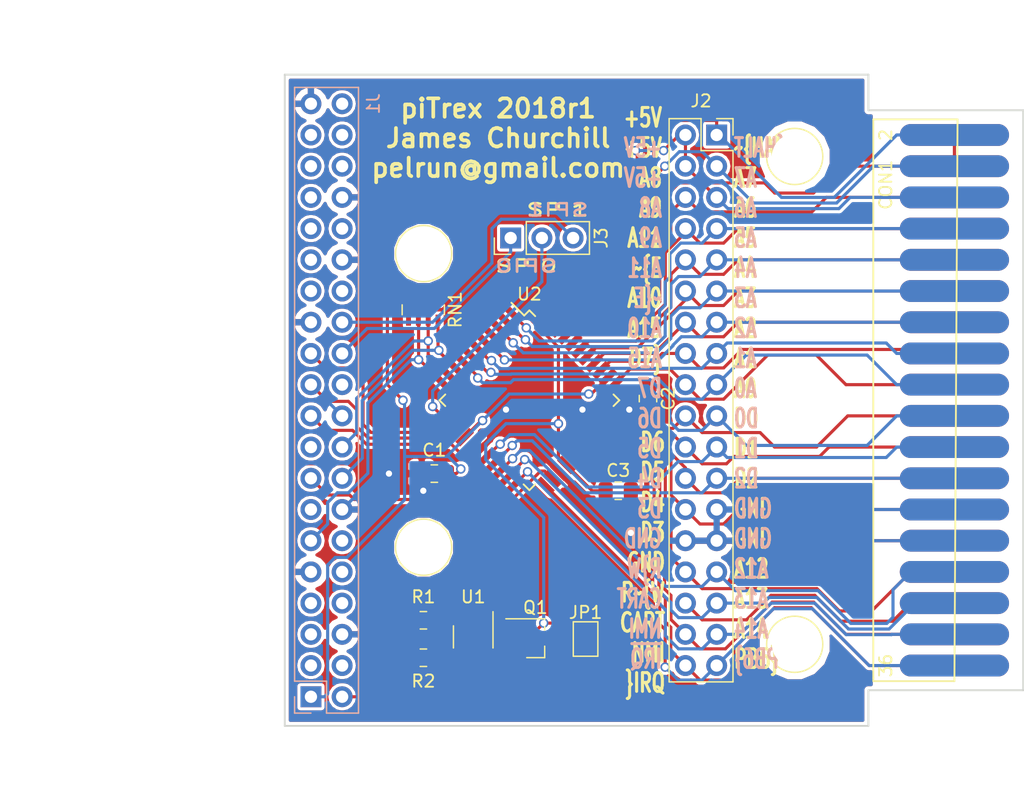
<source format=kicad_pcb>
(kicad_pcb (version 20171130) (host pcbnew "(5.0.0)")
  (layers (0 F.Cu signal) (31 B.Cu signal) (34 B.Paste user) (35 F.Paste user) (36 B.SilkS user) (37 F.SilkS user) (38 B.Mask user) (39 F.Mask user) (44 Edge.Cuts user))
  (net 0 "")
  (net 1 +5V)
  (net 2 GND)
  (net 3 +3V3)
  (net 4 /~HALT)
  (net 5 /A8)
  (net 6 /A9)
  (net 7 /A11)
  (net 8 /~E)
  (net 9 /A10)
  (net 10 /A15)
  (net 11 /D7)
  (net 12 /D6)
  (net 13 /D5)
  (net 14 /D4)
  (net 15 /D3)
  (net 16 /R/~W)
  (net 17 /CART)
  (net 18 /NMI)
  (net 19 /~IRQ)
  (net 20 /A7)
  (net 21 /A6)
  (net 22 /A5)
  (net 23 /A4)
  (net 24 /A3)
  (net 25 /A2)
  (net 26 /A1)
  (net 27 /A0)
  (net 28 /D0)
  (net 29 /D1)
  (net 30 /D2)
  (net 31 /A12)
  (net 32 /A13)
  (net 33 /A14)
  (net 34 /VIA_PB6)
  (net 35 VCC)
  (net 36 /PI_PB6)
  (net 37 "Net-(J1-Pad4)")
  (net 38 /~PI_IRQ)
  (net 39 "Net-(J1-Pad7)")
  (net 40 "Net-(J1-Pad8)")
  (net 41 "Net-(J1-Pad10)")
  (net 42 /JTAG_TCK)
  (net 43 "Net-(J1-Pad12)")
  (net 44 "Net-(J1-Pad13)")
  (net 45 /JTAG_TDO)
  (net 46 /JTAG_TDI)
  (net 47 "Net-(J1-Pad17)")
  (net 48 /JTAG_TMS)
  (net 49 /SPI_MOSI)
  (net 50 /SPI_MISO)
  (net 51 "Net-(J1-Pad22)")
  (net 52 /SPI_SCK)
  (net 53 /~SPI_CE0)
  (net 54 /~SPI_CE1)
  (net 55 "Net-(J1-Pad27)")
  (net 56 "Net-(J1-Pad28)")
  (net 57 "Net-(J1-Pad29)")
  (net 58 "Net-(J1-Pad31)")
  (net 59 "Net-(J1-Pad32)")
  (net 60 "Net-(J1-Pad33)")
  (net 61 "Net-(J1-Pad35)")
  (net 62 "Net-(J1-Pad36)")
  (net 63 "Net-(J1-Pad37)")
  (net 64 "Net-(J1-Pad38)")
  (net 65 "Net-(J1-Pad40)")
  (net 66 "Net-(Q1-Pad1)")
  (net 67 "Net-(R1-Pad1)")
  (net 68 "Net-(RN1-Pad5)")
  (net 69 /~SPI_CE)
  (net 70 "Net-(JP1-Pad2)")
  (net 71 "Net-(JP1-Pad1)")
  (module Package_QFP:LQFP-44_10x10mm_P0.8mm (layer F.Cu) (at 141.61 64.24 315)
    (fp_text reference U2 (at -6.106574 -6.106574) (layer F.SilkS))
    (fp_text value XC9572XL-VQFP44)
    (pad 1 smd rect (at -5.85 -4 315) (size 1.6 0.56) (layers F.Cu F.Paste F.Mask) (net 22 /A5))
    (pad 2 smd rect (at -5.85 -3.2 315) (size 1.6 0.56) (layers F.Cu F.Paste F.Mask) (net 23 /A4))
    (pad 3 smd rect (at -5.85 -2.4 315) (size 1.6 0.56) (layers F.Cu F.Paste F.Mask) (net 24 /A3))
    (pad 4 smd rect (at -5.85 -1.6 315) (size 1.6 0.56) (layers F.Cu F.Paste F.Mask) (net 2 GND))
    (pad 5 smd rect (at -5.85 -0.8 315) (size 1.6 0.56) (layers F.Cu F.Paste F.Mask) (net 25 /A2))
    (pad 6 smd rect (at -5.85 0 315) (size 1.6 0.56) (layers F.Cu F.Paste F.Mask) (net 26 /A1))
    (pad 7 smd rect (at -5.85 0.8 315) (size 1.6 0.56) (layers F.Cu F.Paste F.Mask) (net 27 /A0))
    (pad 8 smd rect (at -5.85 1.6 315) (size 1.6 0.56) (layers F.Cu F.Paste F.Mask) (net 28 /D0))
    (pad 9 smd rect (at -5.85 2.4 315) (size 1.6 0.56) (layers F.Cu F.Paste F.Mask) (net 46 /JTAG_TDI))
    (pad 10 smd rect (at -5.85 3.2 315) (size 1.6 0.56) (layers F.Cu F.Paste F.Mask) (net 48 /JTAG_TMS))
    (pad 11 smd rect (at -5.85 4 315) (size 1.6 0.56) (layers F.Cu F.Paste F.Mask) (net 42 /JTAG_TCK))
    (pad 12 smd rect (at -4 5.85 45) (size 1.6 0.56) (layers F.Cu F.Paste F.Mask) (net 69 /~SPI_CE))
    (pad 13 smd rect (at -3.2 5.85 45) (size 1.6 0.56) (layers F.Cu F.Paste F.Mask) (net 52 /SPI_SCK))
    (pad 14 smd rect (at -2.4 5.85 45) (size 1.6 0.56) (layers F.Cu F.Paste F.Mask) (net 50 /SPI_MISO))
    (pad 15 smd rect (at -1.6 5.85 45) (size 1.6 0.56) (layers F.Cu F.Paste F.Mask) (net 3 +3V3))
    (pad 16 smd rect (at -0.8 5.85 45) (size 1.6 0.56) (layers F.Cu F.Paste F.Mask) (net 49 /SPI_MOSI))
    (pad 17 smd rect (at 0 5.85 45) (size 1.6 0.56) (layers F.Cu F.Paste F.Mask) (net 2 GND))
    (pad 18 smd rect (at 0.8 5.85 45) (size 1.6 0.56) (layers F.Cu F.Paste F.Mask) (net 29 /D1))
    (pad 19 smd rect (at 1.6 5.85 45) (size 1.6 0.56) (layers F.Cu F.Paste F.Mask) (net 30 /D2))
    (pad 20 smd rect (at 2.4 5.85 45) (size 1.6 0.56) (layers F.Cu F.Paste F.Mask) (net 31 /A12))
    (pad 21 smd rect (at 3.2 5.85 45) (size 1.6 0.56) (layers F.Cu F.Paste F.Mask) (net 32 /A13))
    (pad 22 smd rect (at 4 5.85 45) (size 1.6 0.56) (layers F.Cu F.Paste F.Mask) (net 33 /A14))
    (pad 23 smd rect (at 5.85 4 315) (size 1.6 0.56) (layers F.Cu F.Paste F.Mask) (net 34 /VIA_PB6))
    (pad 24 smd rect (at 5.85 3.2 315) (size 1.6 0.56) (layers F.Cu F.Paste F.Mask) (net 45 /JTAG_TDO))
    (pad 25 smd rect (at 5.85 2.4 315) (size 1.6 0.56) (layers F.Cu F.Paste F.Mask) (net 2 GND))
    (pad 26 smd rect (at 5.85 1.6 315) (size 1.6 0.56) (layers F.Cu F.Paste F.Mask) (net 1 +5V))
    (pad 27 smd rect (at 5.85 0.8 315) (size 1.6 0.56) (layers F.Cu F.Paste F.Mask) (net 19 /~IRQ))
    (pad 28 smd rect (at 5.85 0 315) (size 1.6 0.56) (layers F.Cu F.Paste F.Mask) (net 18 /NMI))
    (pad 29 smd rect (at 5.85 -0.8 315) (size 1.6 0.56) (layers F.Cu F.Paste F.Mask) (net 16 /R/~W))
    (pad 30 smd rect (at 5.85 -1.6 315) (size 1.6 0.56) (layers F.Cu F.Paste F.Mask) (net 15 /D3))
    (pad 31 smd rect (at 5.85 -2.4 315) (size 1.6 0.56) (layers F.Cu F.Paste F.Mask) (net 14 /D4))
    (pad 32 smd rect (at 5.85 -3.2 315) (size 1.6 0.56) (layers F.Cu F.Paste F.Mask) (net 13 /D5))
    (pad 33 smd rect (at 5.85 -4 315) (size 1.6 0.56) (layers F.Cu F.Paste F.Mask) (net 12 /D6))
    (pad 34 smd rect (at 4 -5.85 45) (size 1.6 0.56) (layers F.Cu F.Paste F.Mask) (net 11 /D7))
    (pad 35 smd rect (at 3.2 -5.85 45) (size 1.6 0.56) (layers F.Cu F.Paste F.Mask) (net 3 +3V3))
    (pad 36 smd rect (at 2.4 -5.85 45) (size 1.6 0.56) (layers F.Cu F.Paste F.Mask) (net 10 /A15))
    (pad 37 smd rect (at 1.6 -5.85 45) (size 1.6 0.56) (layers F.Cu F.Paste F.Mask) (net 9 /A10))
    (pad 38 smd rect (at 0.8 -5.85 45) (size 1.6 0.56) (layers F.Cu F.Paste F.Mask) (net 8 /~E))
    (pad 39 smd rect (at 0 -5.85 45) (size 1.6 0.56) (layers F.Cu F.Paste F.Mask) (net 7 /A11))
    (pad 40 smd rect (at -0.8 -5.85 45) (size 1.6 0.56) (layers F.Cu F.Paste F.Mask) (net 6 /A9))
    (pad 41 smd rect (at -1.6 -5.85 45) (size 1.6 0.56) (layers F.Cu F.Paste F.Mask) (net 5 /A8))
    (pad 42 smd rect (at -2.4 -5.85 45) (size 1.6 0.56) (layers F.Cu F.Paste F.Mask) (net 21 /A6))
    (pad 43 smd rect (at -3.2 -5.85 45) (size 1.6 0.56) (layers F.Cu F.Paste F.Mask) (net 20 /A7))
    (pad 44 smd rect (at -4 -5.85 45) (size 1.6 0.56) (layers F.Cu F.Paste F.Mask) (net 4 /~HALT))
  )
  (module Connectors:1pin (layer F.Cu) (at 133 52.3)
    (fp_text reference hole4 hide)
    (fp_text value 1pin hide)
    (pad "" np_thru_hole circle (at 0 0) (size 4.3 4.3) (drill 4.3) (layers *.Cu *.Mask))
  )
  (module Connectors:1pin (layer F.Cu) (at 133 76.2)
    (fp_text reference hole5 hide)
    (fp_text value 1pin hide)
    (pad "" np_thru_hole circle (at 0 0) (size 4.3 4.3) (drill 4.3) (layers *.Cu *.Mask))
  )
  (module Connectors:1pin (layer F.Cu) (at 163.2 84.1)
    (fp_text reference hole3 hide)
    (fp_text value 1pin hide)
    (pad "" np_thru_hole circle (at 0 0) (size 3.7 3.7) (drill 3.7) (layers *.Cu *.Mask))
  )
  (module Connectors:1pin (layer F.Cu) (at 163.2 44.4)
    (fp_text reference hole1 hide)
    (fp_text value 1pin hide)
    (pad "" np_thru_hole circle (at 0 0) (size 3.7 3.7) (drill 3.7) (layers *.Cu *.Mask))
  )
  (module Connectors:1pin (layer F.Cu) (at 163.2 64.24)
    (fp_text reference hole2 hide)
    (fp_text value 1pin hide)
    (pad "" np_thru_hole circle (at 0 0) (size 5.1 5.1) (drill 5.1) (layers *.Cu *.Mask))
  )
  (module Capacitor_SMD:C_0805_2012Metric_Pad1.15x1.40mm_HandSolder (layer F.Cu) (at 133.872 70.209 180)
    (fp_text reference C1 (at 0 1.905 180) (layer F.SilkS))
    (fp_text value 0.1u)
    (pad 1 smd roundrect (at -1.025 0 180) (size 1.15 1.4) (layers F.Cu F.Paste F.Mask) (roundrect_rratio 0.217391) (net 3 +3V3))
    (pad 2 smd roundrect (at 1.025 0 180) (size 1.15 1.4) (layers F.Cu F.Paste F.Mask) (roundrect_rratio 0.217391) (net 2 GND))
  )
  (module Capacitor_SMD:C_0805_2012Metric_Pad1.15x1.40mm_HandSolder (layer F.Cu) (at 151.262 64.104 270)
    (fp_text reference C2 (at 0 -1.65 270) (layer F.SilkS))
    (fp_text value 0.1u)
    (pad 2 smd roundrect (at 1.025 0 270) (size 1.15 1.4) (layers F.Cu F.Paste F.Mask) (roundrect_rratio 0.217391) (net 2 GND))
    (pad 1 smd roundrect (at -1.025 0 270) (size 1.15 1.4) (layers F.Cu F.Paste F.Mask) (roundrect_rratio 0.217391) (net 3 +3V3))
  )
  (module Capacitor_SMD:C_0805_2012Metric_Pad1.15x1.40mm_HandSolder (layer F.Cu) (at 148.84 71.606)
    (fp_text reference C3 (at 0 -1.65) (layer F.SilkS))
    (fp_text value 0.1u)
    (pad 1 smd roundrect (at -1.025 0) (size 1.15 1.4) (layers F.Cu F.Paste F.Mask) (roundrect_rratio 0.217391) (net 1 +5V))
    (pad 2 smd roundrect (at 1.025 0) (size 1.15 1.4) (layers F.Cu F.Paste F.Mask) (roundrect_rratio 0.217391) (net 2 GND))
  )
  (module Connector_PinSocket_2.54mm:PinSocket_2x18_P2.54mm_Vertical (layer F.Cu) (at 156.85 42.65)
    (fp_text reference J2 (at -1.27 -2.77) (layer F.SilkS))
    (fp_text value Test)
    (pad 1 thru_hole rect (at 0 0) (size 1.7 1.7) (drill 1) (layers *.Cu *.Mask) (net 4 /~HALT))
    (pad 2 thru_hole oval (at -2.54 0) (size 1.7 1.7) (drill 1) (layers *.Cu *.Mask) (net 1 +5V))
    (pad 3 thru_hole oval (at 0 2.54) (size 1.7 1.7) (drill 1) (layers *.Cu *.Mask) (net 20 /A7))
    (pad 4 thru_hole oval (at -2.54 2.54) (size 1.7 1.7) (drill 1) (layers *.Cu *.Mask) (net 1 +5V))
    (pad 5 thru_hole oval (at 0 5.08) (size 1.7 1.7) (drill 1) (layers *.Cu *.Mask) (net 21 /A6))
    (pad 6 thru_hole oval (at -2.54 5.08) (size 1.7 1.7) (drill 1) (layers *.Cu *.Mask) (net 5 /A8))
    (pad 7 thru_hole oval (at 0 7.62) (size 1.7 1.7) (drill 1) (layers *.Cu *.Mask) (net 22 /A5))
    (pad 8 thru_hole oval (at -2.54 7.62) (size 1.7 1.7) (drill 1) (layers *.Cu *.Mask) (net 6 /A9))
    (pad 9 thru_hole oval (at 0 10.16) (size 1.7 1.7) (drill 1) (layers *.Cu *.Mask) (net 23 /A4))
    (pad 10 thru_hole oval (at -2.54 10.16) (size 1.7 1.7) (drill 1) (layers *.Cu *.Mask) (net 7 /A11))
    (pad 11 thru_hole oval (at 0 12.7) (size 1.7 1.7) (drill 1) (layers *.Cu *.Mask) (net 24 /A3))
    (pad 12 thru_hole oval (at -2.54 12.7) (size 1.7 1.7) (drill 1) (layers *.Cu *.Mask) (net 8 /~E))
    (pad 13 thru_hole oval (at 0 15.24) (size 1.7 1.7) (drill 1) (layers *.Cu *.Mask) (net 25 /A2))
    (pad 14 thru_hole oval (at -2.54 15.24) (size 1.7 1.7) (drill 1) (layers *.Cu *.Mask) (net 9 /A10))
    (pad 15 thru_hole oval (at 0 17.78) (size 1.7 1.7) (drill 1) (layers *.Cu *.Mask) (net 26 /A1))
    (pad 16 thru_hole oval (at -2.54 17.78) (size 1.7 1.7) (drill 1) (layers *.Cu *.Mask) (net 10 /A15))
    (pad 17 thru_hole oval (at 0 20.32) (size 1.7 1.7) (drill 1) (layers *.Cu *.Mask) (net 27 /A0))
    (pad 18 thru_hole oval (at -2.54 20.32) (size 1.7 1.7) (drill 1) (layers *.Cu *.Mask) (net 11 /D7))
    (pad 19 thru_hole oval (at 0 22.86) (size 1.7 1.7) (drill 1) (layers *.Cu *.Mask) (net 28 /D0))
    (pad 20 thru_hole oval (at -2.54 22.86) (size 1.7 1.7) (drill 1) (layers *.Cu *.Mask) (net 12 /D6))
    (pad 21 thru_hole oval (at 0 25.4) (size 1.7 1.7) (drill 1) (layers *.Cu *.Mask) (net 29 /D1))
    (pad 22 thru_hole oval (at -2.54 25.4) (size 1.7 1.7) (drill 1) (layers *.Cu *.Mask) (net 13 /D5))
    (pad 23 thru_hole oval (at 0 27.94) (size 1.7 1.7) (drill 1) (layers *.Cu *.Mask) (net 30 /D2))
    (pad 24 thru_hole oval (at -2.54 27.94) (size 1.7 1.7) (drill 1) (layers *.Cu *.Mask) (net 14 /D4))
    (pad 25 thru_hole oval (at 0 30.48) (size 1.7 1.7) (drill 1) (layers *.Cu *.Mask) (net 2 GND))
    (pad 26 thru_hole oval (at -2.54 30.48) (size 1.7 1.7) (drill 1) (layers *.Cu *.Mask) (net 15 /D3))
    (pad 27 thru_hole oval (at 0 33.02) (size 1.7 1.7) (drill 1) (layers *.Cu *.Mask) (net 2 GND))
    (pad 28 thru_hole oval (at -2.54 33.02) (size 1.7 1.7) (drill 1) (layers *.Cu *.Mask) (net 2 GND))
    (pad 29 thru_hole oval (at 0 35.56) (size 1.7 1.7) (drill 1) (layers *.Cu *.Mask) (net 31 /A12))
    (pad 30 thru_hole oval (at -2.54 35.56) (size 1.7 1.7) (drill 1) (layers *.Cu *.Mask) (net 16 /R/~W))
    (pad 31 thru_hole oval (at 0 38.1) (size 1.7 1.7) (drill 1) (layers *.Cu *.Mask) (net 32 /A13))
    (pad 32 thru_hole oval (at -2.54 38.1) (size 1.7 1.7) (drill 1) (layers *.Cu *.Mask) (net 17 /CART))
    (pad 33 thru_hole oval (at 0 40.64) (size 1.7 1.7) (drill 1) (layers *.Cu *.Mask) (net 33 /A14))
    (pad 34 thru_hole oval (at -2.54 40.64) (size 1.7 1.7) (drill 1) (layers *.Cu *.Mask) (net 18 /NMI))
    (pad 35 thru_hole oval (at 0 43.18) (size 1.7 1.7) (drill 1) (layers *.Cu *.Mask) (net 34 /VIA_PB6))
    (pad 36 thru_hole oval (at -2.54 43.18) (size 1.7 1.7) (drill 1) (layers *.Cu *.Mask) (net 19 /~IRQ))
  )
  (module Jumper:SolderJumper-2_P1.3mm_Open_TrianglePad1.0x1.5mm (layer F.Cu) (at 146.182 83.671 270)
    (fp_text reference JP1 (at -2.159 0) (layer F.SilkS))
    (fp_text value bypass)
    (pad 2 smd custom (at 0.725 0 270) (size 0.3 0.3) (layers F.Cu F.Mask) (net 70 "Net-(JP1-Pad2)") (options (clearance outline) (anchor rect)) (primitives (gr_poly (pts (xy -0.65 -0.75) (xy 0.5 -0.75) (xy 0.5 0.75) (xy -0.65 0.75) (xy -0.15 0)) (width 0))))
    (pad 1 smd custom (at -0.725 0 270) (size 0.3 0.3) (layers F.Cu F.Mask) (net 71 "Net-(JP1-Pad1)") (options (clearance outline) (anchor rect)) (primitives (gr_poly (pts (xy -0.5 -0.75) (xy 0.5 -0.75) (xy 1 0) (xy 0.5 0.75) (xy -0.5 0.75)) (width 0))))
  )
  (module Package_TO_SOT_SMD:SOT-23_Handsoldering (layer F.Cu) (at 142.094 83.605)
    (fp_text reference Q1 (at 0 -2.5) (layer F.SilkS))
    (fp_text value DMG2305UX)
    (pad 1 smd rect (at -1.5 -0.95) (size 1.9 0.8) (layers F.Cu F.Paste F.Mask) (net 66 "Net-(Q1-Pad1)"))
    (pad 2 smd rect (at -1.5 0.95) (size 1.9 0.8) (layers F.Cu F.Paste F.Mask) (net 1 +5V))
    (pad 3 smd rect (at 1.5 0) (size 1.9 0.8) (layers F.Cu F.Paste F.Mask) (net 35 VCC))
  )
  (module Resistor_SMD:R_0805_2012Metric_Pad1.15x1.40mm_HandSolder (layer F.Cu) (at 132.983 82.147 180)
    (fp_text reference R1 (at 0 1.905 180) (layer F.SilkS))
    (fp_text value 10k)
    (pad 1 smd roundrect (at -1.025 0 180) (size 1.15 1.4) (layers F.Cu F.Paste F.Mask) (roundrect_rratio 0.217391) (net 67 "Net-(R1-Pad1)"))
    (pad 2 smd roundrect (at 1.025 0 180) (size 1.15 1.4) (layers F.Cu F.Paste F.Mask) (roundrect_rratio 0.217391) (net 2 GND))
  )
  (module Resistor_SMD:R_0805_2012Metric_Pad1.15x1.40mm_HandSolder (layer F.Cu) (at 132.983 85.195 180)
    (fp_text reference R2 (at 0 -1.905 180) (layer F.SilkS))
    (fp_text value 10k)
    (pad 2 smd roundrect (at 1.025 0 180) (size 1.15 1.4) (layers F.Cu F.Paste F.Mask) (roundrect_rratio 0.217391) (net 2 GND))
    (pad 1 smd roundrect (at -1.025 0 180) (size 1.15 1.4) (layers F.Cu F.Paste F.Mask) (roundrect_rratio 0.217391) (net 66 "Net-(Q1-Pad1)"))
  )
  (module Resistor_SMD:R_Array_Concave_4x0603 (layer F.Cu) (at 132.974 56.874 270)
    (fp_text reference RN1 (at 0 -2.6 270) (layer F.SilkS))
    (fp_text value 47k)
    (pad 2 smd rect (at -0.85 -0.4 270) (size 0.9 0.4) (layers F.Cu F.Paste F.Mask) (net 3 +3V3))
    (pad 3 smd rect (at -0.85 0.4 270) (size 0.9 0.4) (layers F.Cu F.Paste F.Mask) (net 3 +3V3))
    (pad 1 smd rect (at -0.85 -1.2 270) (size 0.9 0.4) (layers F.Cu F.Paste F.Mask) (net 3 +3V3))
    (pad 4 smd rect (at -0.85 1.2 270) (size 0.9 0.4) (layers F.Cu F.Paste F.Mask) (net 3 +3V3))
    (pad 8 smd rect (at 0.85 -1.2 270) (size 0.9 0.4) (layers F.Cu F.Paste F.Mask) (net 46 /JTAG_TDI))
    (pad 7 smd rect (at 0.85 -0.4 270) (size 0.9 0.4) (layers F.Cu F.Paste F.Mask) (net 48 /JTAG_TMS))
    (pad 6 smd rect (at 0.85 0.4 270) (size 0.9 0.4) (layers F.Cu F.Paste F.Mask) (net 42 /JTAG_TCK))
    (pad 5 smd rect (at 0.85 1.2 270) (size 0.9 0.4) (layers F.Cu F.Paste F.Mask) (net 68 "Net-(RN1-Pad5)"))
  )
  (module Package_TO_SOT_SMD:SOT-23-6_Handsoldering (layer F.Cu) (at 137.038 83.497 270)
    (fp_text reference U1 (at -3.255 0) (layer F.SilkS))
    (fp_text value DMMT5401)
    (pad 1 smd rect (at -1.35 -0.95 270) (size 1.56 0.65) (layers F.Cu F.Paste F.Mask) (net 67 "Net-(R1-Pad1)"))
    (pad 2 smd rect (at -1.35 0 270) (size 1.56 0.65) (layers F.Cu F.Paste F.Mask) (net 67 "Net-(R1-Pad1)"))
    (pad 3 smd rect (at -1.35 0.95 270) (size 1.56 0.65) (layers F.Cu F.Paste F.Mask) (net 67 "Net-(R1-Pad1)"))
    (pad 4 smd rect (at 1.35 0.95 270) (size 1.56 0.65) (layers F.Cu F.Paste F.Mask) (net 66 "Net-(Q1-Pad1)"))
    (pad 6 smd rect (at 1.35 -0.95 270) (size 1.56 0.65) (layers F.Cu F.Paste F.Mask) (net 1 +5V))
    (pad 5 smd rect (at 1.35 0 270) (size 1.56 0.65) (layers F.Cu F.Paste F.Mask) (net 35 VCC))
  )
  (module Connector_PinHeader_2.54mm:PinHeader_1x03_P2.54mm_Vertical (layer F.Cu) (at 140.086 51.032 90)
    (fp_text reference J3 (at 0 7.366 270) (layer F.SilkS))
    (fp_text value "SPI Sel")
    (pad 1 thru_hole rect (at 0 0 90) (size 1.7 1.7) (drill 1) (layers *.Cu *.Mask) (net 53 /~SPI_CE0))
    (pad 2 thru_hole oval (at 0 2.54 90) (size 1.7 1.7) (drill 1) (layers *.Cu *.Mask) (net 69 /~SPI_CE))
    (pad 3 thru_hole oval (at 0 5.08 90) (size 1.7 1.7) (drill 1) (layers *.Cu *.Mask) (net 54 /~SPI_CE1))
  )
  (module piTrex:vectrex (layer F.Cu) (at 176.2 42.65 270)
    (fp_text reference CON1 (at 4.064 5.588 270) (layer F.SilkS))
    (fp_text value vectrex-edge-connector)
    (fp_text user 36 (at 43.18 5.588 270) (layer F.SilkS))
    (fp_text user 2 (at 0 5.588 270) (layer F.SilkS))
    (pad 1 smd oval (at 0 0 270) (size 1.778 8.89) (layers B.Cu B.Paste B.Mask) (net 4 /~HALT))
    (pad 2 smd oval (at 0 0 270) (size 1.778 8.89) (layers F.Cu F.Paste F.Mask) (net 1 +5V))
    (pad 4 smd oval (at 2.54 0 270) (size 1.778 8.89) (layers F.Cu F.Paste F.Mask) (net 1 +5V))
    (pad 6 smd oval (at 5.08 0 270) (size 1.778 8.89) (layers F.Cu F.Paste F.Mask) (net 5 /A8))
    (pad 8 smd oval (at 7.62 0 270) (size 1.778 8.89) (layers F.Cu F.Paste F.Mask) (net 6 /A9))
    (pad 10 smd oval (at 10.16 0 270) (size 1.778 8.89) (layers F.Cu F.Paste F.Mask) (net 7 /A11))
    (pad 12 smd oval (at 12.7 0 270) (size 1.778 8.89) (layers F.Cu F.Paste F.Mask) (net 8 /~E))
    (pad 14 smd oval (at 15.24 0 270) (size 1.778 8.89) (layers F.Cu F.Paste F.Mask) (net 9 /A10))
    (pad 16 smd oval (at 17.78 0 270) (size 1.778 8.89) (layers F.Cu F.Paste F.Mask) (net 10 /A15))
    (pad 18 smd oval (at 20.32 0 270) (size 1.778 8.89) (layers F.Cu F.Paste F.Mask) (net 11 /D7))
    (pad 20 smd oval (at 22.86 0 270) (size 1.778 8.89) (layers F.Cu F.Paste F.Mask) (net 12 /D6))
    (pad 22 smd oval (at 25.4 0 270) (size 1.778 8.89) (layers F.Cu F.Paste F.Mask) (net 13 /D5))
    (pad 24 smd oval (at 27.94 0 270) (size 1.778 8.89) (layers F.Cu F.Paste F.Mask) (net 14 /D4))
    (pad 26 smd oval (at 30.48 0 270) (size 1.778 8.89) (layers F.Cu F.Paste F.Mask) (net 15 /D3))
    (pad 28 smd oval (at 33.02 0 270) (size 1.778 8.89) (layers F.Cu F.Paste F.Mask) (net 2 GND))
    (pad 30 smd oval (at 35.56 0 270) (size 1.778 8.89) (layers F.Cu F.Paste F.Mask) (net 16 /R/~W))
    (pad 32 smd oval (at 38.1 0 270) (size 1.778 8.89) (layers F.Cu F.Paste F.Mask) (net 17 /CART))
    (pad 34 smd oval (at 40.64 0 270) (size 1.778 8.89) (layers F.Cu F.Paste F.Mask) (net 18 /NMI))
    (pad 36 smd oval (at 43.18 0 270) (size 1.778 8.89) (layers F.Cu F.Paste F.Mask) (net 19 /~IRQ))
    (pad 3 smd oval (at 2.54 0 270) (size 1.778 8.89) (layers B.Cu B.Paste B.Mask) (net 20 /A7))
    (pad 5 smd oval (at 5.08 0 270) (size 1.778 8.89) (layers B.Cu B.Paste B.Mask) (net 21 /A6))
    (pad 7 smd oval (at 7.62 0 270) (size 1.778 8.89) (layers B.Cu B.Paste B.Mask) (net 22 /A5))
    (pad 9 smd oval (at 10.16 0 270) (size 1.778 8.89) (layers B.Cu B.Paste B.Mask) (net 23 /A4))
    (pad 11 smd oval (at 12.7 0 270) (size 1.778 8.89) (layers B.Cu B.Paste B.Mask) (net 24 /A3))
    (pad 13 smd oval (at 15.24 0 270) (size 1.778 8.89) (layers B.Cu B.Paste B.Mask) (net 25 /A2))
    (pad 15 smd oval (at 17.78 0 270) (size 1.778 8.89) (layers B.Cu B.Paste B.Mask) (net 26 /A1))
    (pad 17 smd oval (at 20.32 0 270) (size 1.778 8.89) (layers B.Cu B.Paste B.Mask) (net 27 /A0))
    (pad 19 smd oval (at 22.86 0 270) (size 1.778 8.89) (layers B.Cu B.Paste B.Mask) (net 28 /D0))
    (pad 21 smd oval (at 25.4 0 270) (size 1.778 8.89) (layers B.Cu B.Paste B.Mask) (net 29 /D1))
    (pad 23 smd oval (at 27.94 0 270) (size 1.778 8.89) (layers B.Cu B.Paste B.Mask) (net 30 /D2))
    (pad 25 smd oval (at 30.48 0 270) (size 1.778 8.89) (layers B.Cu B.Paste B.Mask) (net 2 GND))
    (pad 27 smd oval (at 33.02 0 270) (size 1.778 8.89) (layers B.Cu B.Paste B.Mask) (net 2 GND))
    (pad 29 smd oval (at 35.56 0 270) (size 1.778 8.89) (layers B.Cu B.Paste B.Mask) (net 31 /A12))
    (pad 31 smd oval (at 38.1 0 270) (size 1.778 8.89) (layers B.Cu B.Paste B.Mask) (net 32 /A13))
    (pad 33 smd oval (at 40.64 0 270) (size 1.778 8.89) (layers B.Cu B.Paste B.Mask) (net 33 /A14))
    (pad 35 smd oval (at 43.18 0 270) (size 1.778 8.89) (layers B.Cu B.Paste B.Mask) (net 34 /VIA_PB6))
  )
  (module piTrex:PiZeroHat (layer B.Cu) (at 152.725372 88.37)
    (fp_text reference J1 (at -23.815372 -48.26 -90) (layer B.SilkS) (effects (justify mirror)))
    (fp_text value Raspberry_Pi_2_3)
    (pad 40 thru_hole oval (at -26.355372 -48.26) (size 1.7 1.7) (drill 1) (layers *.Cu *.Mask) (net 65 "Net-(J1-Pad40)"))
    (pad 39 thru_hole oval (at -28.895372 -48.26) (size 1.7 1.7) (drill 1) (layers *.Cu *.Mask) (net 2 GND))
    (pad 38 thru_hole oval (at -26.355372 -45.72) (size 1.7 1.7) (drill 1) (layers *.Cu *.Mask) (net 64 "Net-(J1-Pad38)"))
    (pad 37 thru_hole oval (at -28.895372 -45.72) (size 1.7 1.7) (drill 1) (layers *.Cu *.Mask) (net 63 "Net-(J1-Pad37)"))
    (pad 36 thru_hole oval (at -26.355372 -43.18) (size 1.7 1.7) (drill 1) (layers *.Cu *.Mask) (net 62 "Net-(J1-Pad36)"))
    (pad 35 thru_hole oval (at -28.895372 -43.18) (size 1.7 1.7) (drill 1) (layers *.Cu *.Mask) (net 61 "Net-(J1-Pad35)"))
    (pad 34 thru_hole oval (at -26.355372 -40.64) (size 1.7 1.7) (drill 1) (layers *.Cu *.Mask) (net 2 GND))
    (pad 33 thru_hole oval (at -28.895372 -40.64) (size 1.7 1.7) (drill 1) (layers *.Cu *.Mask) (net 60 "Net-(J1-Pad33)"))
    (pad 32 thru_hole oval (at -26.355372 -38.1) (size 1.7 1.7) (drill 1) (layers *.Cu *.Mask) (net 59 "Net-(J1-Pad32)"))
    (pad 31 thru_hole oval (at -28.895372 -38.1) (size 1.7 1.7) (drill 1) (layers *.Cu *.Mask) (net 58 "Net-(J1-Pad31)"))
    (pad 30 thru_hole oval (at -26.355372 -35.56) (size 1.7 1.7) (drill 1) (layers *.Cu *.Mask) (net 2 GND))
    (pad 29 thru_hole oval (at -28.895372 -35.56) (size 1.7 1.7) (drill 1) (layers *.Cu *.Mask) (net 57 "Net-(J1-Pad29)"))
    (pad 28 thru_hole oval (at -26.355372 -33.02) (size 1.7 1.7) (drill 1) (layers *.Cu *.Mask) (net 56 "Net-(J1-Pad28)"))
    (pad 27 thru_hole oval (at -28.895372 -33.02) (size 1.7 1.7) (drill 1) (layers *.Cu *.Mask) (net 55 "Net-(J1-Pad27)"))
    (pad 26 thru_hole oval (at -26.355372 -30.48) (size 1.7 1.7) (drill 1) (layers *.Cu *.Mask) (net 54 /~SPI_CE1))
    (pad 25 thru_hole oval (at -28.895372 -30.48) (size 1.7 1.7) (drill 1) (layers *.Cu *.Mask) (net 2 GND))
    (pad 24 thru_hole oval (at -26.355372 -27.94) (size 1.7 1.7) (drill 1) (layers *.Cu *.Mask) (net 53 /~SPI_CE0))
    (pad 23 thru_hole oval (at -28.895372 -27.94) (size 1.7 1.7) (drill 1) (layers *.Cu *.Mask) (net 52 /SPI_SCK))
    (pad 22 thru_hole oval (at -26.355372 -25.4) (size 1.7 1.7) (drill 1) (layers *.Cu *.Mask) (net 51 "Net-(J1-Pad22)"))
    (pad 21 thru_hole oval (at -28.895372 -25.4) (size 1.7 1.7) (drill 1) (layers *.Cu *.Mask) (net 50 /SPI_MISO))
    (pad 20 thru_hole oval (at -26.355372 -22.86) (size 1.7 1.7) (drill 1) (layers *.Cu *.Mask) (net 2 GND))
    (pad 19 thru_hole oval (at -28.895372 -22.86) (size 1.7 1.7) (drill 1) (layers *.Cu *.Mask) (net 49 /SPI_MOSI))
    (pad 18 thru_hole oval (at -26.355372 -20.32) (size 1.7 1.7) (drill 1) (layers *.Cu *.Mask) (net 48 /JTAG_TMS))
    (pad 17 thru_hole oval (at -28.895372 -20.32) (size 1.7 1.7) (drill 1) (layers *.Cu *.Mask) (net 47 "Net-(J1-Pad17)"))
    (pad 16 thru_hole oval (at -26.355372 -17.78) (size 1.7 1.7) (drill 1) (layers *.Cu *.Mask) (net 46 /JTAG_TDI))
    (pad 15 thru_hole oval (at -28.895372 -17.78) (size 1.7 1.7) (drill 1) (layers *.Cu *.Mask) (net 45 /JTAG_TDO))
    (pad 14 thru_hole oval (at -26.355372 -15.24) (size 1.7 1.7) (drill 1) (layers *.Cu *.Mask) (net 2 GND))
    (pad 13 thru_hole oval (at -28.895372 -15.24) (size 1.7 1.7) (drill 1) (layers *.Cu *.Mask) (net 44 "Net-(J1-Pad13)"))
    (pad 12 thru_hole oval (at -26.355372 -12.7) (size 1.7 1.7) (drill 1) (layers *.Cu *.Mask) (net 43 "Net-(J1-Pad12)"))
    (pad 11 thru_hole oval (at -28.895372 -12.7) (size 1.7 1.7) (drill 1) (layers *.Cu *.Mask) (net 42 /JTAG_TCK))
    (pad 10 thru_hole oval (at -26.355372 -10.16) (size 1.7 1.7) (drill 1) (layers *.Cu *.Mask) (net 41 "Net-(J1-Pad10)"))
    (pad 9 thru_hole oval (at -28.895372 -10.16) (size 1.7 1.7) (drill 1) (layers *.Cu *.Mask) (net 2 GND))
    (pad 8 thru_hole oval (at -26.355372 -7.62) (size 1.7 1.7) (drill 1) (layers *.Cu *.Mask) (net 40 "Net-(J1-Pad8)"))
    (pad 7 thru_hole oval (at -28.895372 -7.62) (size 1.7 1.7) (drill 1) (layers *.Cu *.Mask) (net 39 "Net-(J1-Pad7)"))
    (pad 6 thru_hole oval (at -26.355372 -5.08) (size 1.7 1.7) (drill 1) (layers *.Cu *.Mask) (net 2 GND))
    (pad 5 thru_hole oval (at -28.895372 -5.08) (size 1.7 1.7) (drill 1) (layers *.Cu *.Mask) (net 38 /~PI_IRQ))
    (pad 4 thru_hole oval (at -26.355372 -2.54) (size 1.7 1.7) (drill 1) (layers *.Cu *.Mask) (net 37 "Net-(J1-Pad4)"))
    (pad 3 thru_hole oval (at -28.895372 -2.54) (size 1.7 1.7) (drill 1) (layers *.Cu *.Mask) (net 36 /PI_PB6))
    (pad 2 thru_hole oval (at -26.355372 0) (size 1.7 1.7) (drill 1) (layers *.Cu *.Mask) (net 35 VCC))
    (pad 1 thru_hole rect (at -28.895372 0) (size 1.7 1.7) (drill 1) (layers *.Cu *.Mask) (net 3 +3V3))
  )
  (gr_text SPI1 (at 143.896 48.746) (layer B.SilkS) (effects (font (size 1 1.5) (thickness 0.2)) (justify mirror)))
  (gr_text SPI0 (at 141.356 53.318) (layer B.SilkS) (effects (font (size 1 1.5) (thickness 0.2)) (justify mirror)))
  (gr_text SPI1 (at 143.896 48.746) (layer F.SilkS) (effects (font (size 1 1.5) (thickness 0.2))))
  (gr_text "SPI0\n" (at 141.356 53.318) (layer F.SilkS) (effects (font (size 1 1.5) (thickness 0.2))))
  (gr_text "+5V\n+5V\nA8\nA9\nA11\n~E\nA10\nA15\nD7\nD6\nD5\nD4\nD3\nGND\nR~W\nCART\nNMI\n~IRQ" (at 152.532 64.494) (layer B.SilkS) (effects (font (size 1.52 1) (thickness 0.25)) (justify left mirror)))
  (gr_text "~HALT\nA7\nA6\nA5\nA4\nA3\nA2\nA1\nA0\nD0\nD1\nD2\nGND\nGND\nA12\nA13\nA14\nPB6" (at 158.12 64.494) (layer B.SilkS) (effects (font (size 1.52 1) (thickness 0.25)) (justify right mirror)))
  (gr_text "D6\nD5\nD4\nD3\nGND\nR~W\nCART\nNMI\n~IRQ" (at 152.786 77.448) (layer F.SilkS) (effects (font (size 1.52 1) (thickness 0.25)) (justify right)))
  (gr_text "~HALT\nA7\nA6\nA5\nA4\nA3\nA2\nA1\nA0\nD0\nD1\nD2\nGND\nGND\nA12\nA13\nA14\nPB6" (at 158.12 64.494) (layer F.SilkS) (effects (font (size 1.52 1) (thickness 0.25)) (justify left)))
  (gr_text "+5V\n+5V\nA8\nA9\nA11\n~E\nA10\nA15\nD7" (at 152.532 51.032) (layer F.SilkS) (effects (font (size 1.52 1) (thickness 0.25)) (justify right)))
  (gr_text "piTrex 2018r1\nJames Churchill\npelrun@gmail.com" (at 139.07 42.904) (layer F.SilkS) (effects (font (size 1.5 1.5) (thickness 0.3))))
  (gr_line (start 169.2 90.74) (end 169.2 87.84) (layer Edge.Cuts) (width 0.15))
  (gr_line (start 121.7 90.74) (end 169.2 90.74) (layer Edge.Cuts) (width 0.15))
  (gr_line (start 169.2 37.74) (end 169.2 40.64) (layer Edge.Cuts) (width 0.15))
  (gr_line (start 169.2 37.74) (end 121.7 37.74) (layer Edge.Cuts) (width 0.15))
  (gr_line (start 181.8 40.64) (end 169.2 40.64) (angle 90) (layer Edge.Cuts) (width 0.15))
  (gr_line (start 121.7 90.74) (end 121.7 37.74) (angle 90) (layer Edge.Cuts) (width 0.15))
  (gr_line (start 169.2 87.84) (end 181.8 87.84) (angle 90) (layer Edge.Cuts) (width 0.15))
  (gr_line (start 181.8 87.84) (end 181.8 40.64) (angle 90) (layer Edge.Cuts) (width 0.15))
  (segment (start 176.2 45.19) (end 176.2 42.65) (width 0.254) (layer F.Cu) (net 1))
  (segment (start 154.31 45.19) (end 154.31 42.65) (width 0.254) (layer F.Cu) (net 1))
  (segment (start 164.724 47.377001) (end 166.911001 45.19) (width 0.254) (layer F.Cu) (net 1))
  (segment (start 166.911001 45.19) (end 176.2 45.19) (width 0.254) (layer F.Cu) (net 1))
  (segment (start 160.747198 46.549799) (end 161.5744 47.377001) (width 0.254) (layer F.Cu) (net 1))
  (segment (start 156.463101 46.549799) (end 160.747198 46.549799) (width 0.254) (layer F.Cu) (net 1))
  (segment (start 155.953301 46.039999) (end 156.463101 46.549799) (width 0.254) (layer F.Cu) (net 1))
  (segment (start 154.31 45.19) (end 155.159999 46.039999) (width 0.254) (layer F.Cu) (net 1))
  (segment (start 161.5744 47.377001) (end 164.724 47.377001) (width 0.254) (layer F.Cu) (net 1))
  (segment (start 155.159999 46.039999) (end 155.953301 46.039999) (width 0.254) (layer F.Cu) (net 1))
  (segment (start 146.713258 71.606) (end 144.615204 69.507946) (width 0.254) (layer F.Cu) (net 1))
  (segment (start 147.815 71.606) (end 146.713258 71.606) (width 0.254) (layer F.Cu) (net 1))
  (segment (start 138.28 84.555) (end 137.988 84.847) (width 0.254) (layer F.Cu) (net 1))
  (segment (start 140.594 84.555) (end 138.28 84.555) (width 0.254) (layer F.Cu) (net 1))
  (segment (start 141.144 84.555) (end 140.594 84.555) (width 0.254) (layer F.Cu) (net 1))
  (segment (start 141.798 83.901) (end 141.144 84.555) (width 0.254) (layer F.Cu) (net 1))
  (segment (start 141.798 83.351) (end 141.798 83.901) (width 0.254) (layer F.Cu) (net 1))
  (segment (start 142.77371 82.37529) (end 141.798 83.351) (width 0.254) (layer F.Cu) (net 1))
  (segment (start 145.61129 82.37529) (end 142.77371 82.37529) (width 0.254) (layer F.Cu) (net 1))
  (segment (start 146.182 82.946) (end 145.61129 82.37529) (width 0.254) (layer F.Cu) (net 1))
  (via (at 152.532 43.92) (size 0.762) (drill 0.508) (layers F.Cu B.Cu) (net 1))
  (segment (start 154.31 42.65) (end 153.802 42.65) (width 0.254) (layer F.Cu) (net 1))
  (segment (start 153.802 42.65) (end 152.532 43.92) (width 0.254) (layer F.Cu) (net 1))
  (segment (start 143.978809 68.871551) (end 144.615204 69.507946) (width 0.254) (layer F.Cu) (net 1))
  (segment (start 143.978809 66.7546) (end 143.978809 68.871551) (width 0.254) (layer F.Cu) (net 1))
  (segment (start 138.054 67.796) (end 139.705 66.145) (width 0.254) (layer B.Cu) (net 1))
  (segment (start 139.705 66.145) (end 143.9722 66.145) (width 0.254) (layer B.Cu) (net 1))
  (segment (start 138.054 69.066) (end 138.054 67.796) (width 0.254) (layer B.Cu) (net 1))
  (segment (start 142.77371 73.78571) (end 138.054 69.066) (width 0.254) (layer B.Cu) (net 1))
  (segment (start 142.77371 82.37529) (end 142.77371 73.78571) (width 0.254) (layer B.Cu) (net 1))
  (via (at 142.77371 82.37529) (size 0.762) (drill 0.508) (layers F.Cu B.Cu) (net 1))
  (via (at 143.9722 66.145) (size 0.762) (drill 0.508) (layers F.Cu B.Cu) (net 1))
  (segment (start 143.9722 68.864942) (end 143.9722 66.145) (width 0.254) (layer F.Cu) (net 1))
  (segment (start 144.615204 69.507946) (end 143.9722 68.864942) (width 0.254) (layer F.Cu) (net 1))
  (segment (start 150.386534 55.463466) (end 150.386535 44.314535) (width 0.254) (layer F.Cu) (net 1))
  (segment (start 143.9722 59.92741) (end 141.824263 57.779473) (width 0.254) (layer F.Cu) (net 1))
  (segment (start 143.9722 66.145) (end 143.9722 59.92741) (width 0.254) (layer F.Cu) (net 1))
  (segment (start 141.824263 57.421737) (end 143.134 56.112) (width 0.254) (layer F.Cu) (net 1))
  (segment (start 141.824263 57.779473) (end 141.824263 57.421737) (width 0.254) (layer F.Cu) (net 1))
  (segment (start 143.134 56.112) (end 149.738 56.112) (width 0.254) (layer F.Cu) (net 1))
  (segment (start 149.738 56.112) (end 150.386534 55.463466) (width 0.254) (layer F.Cu) (net 1))
  (segment (start 150.386535 44.314535) (end 150.386535 44.060535) (width 0.254) (layer F.Cu) (net 1))
  (via (at 150.246 43.92) (size 0.762) (drill 0.508) (layers F.Cu B.Cu) (net 1))
  (segment (start 150.386535 44.060535) (end 150.246 43.92) (width 0.254) (layer F.Cu) (net 1))
  (segment (start 150.246 43.92) (end 152.532 43.92) (width 0.254) (layer B.Cu) (net 1))
  (segment (start 176.2 73.13) (end 156.85 73.13) (width 0.254) (layer B.Cu) (net 2))
  (segment (start 176.2 75.67) (end 156.85 75.67) (width 0.254) (layer B.Cu) (net 2))
  (segment (start 176.2 75.67) (end 156.85 75.67) (width 0.254) (layer F.Cu) (net 2))
  (segment (start 156.85 73.13) (end 156.85 75.67) (width 0.254) (layer B.Cu) (net 2))
  (segment (start 154.31 75.67) (end 156.85 75.67) (width 0.254) (layer F.Cu) (net 2))
  (via (at 149.738 65.002) (size 0.762) (drill 0.508) (layers F.Cu B.Cu) (net 2))
  (segment (start 151.262 65.129) (end 149.865 65.129) (width 0.254) (layer F.Cu) (net 2))
  (segment (start 149.865 65.129) (end 149.738 65.002) (width 0.254) (layer F.Cu) (net 2))
  (segment (start 149.738 65.002) (end 145.928 65.002) (width 0.254) (layer B.Cu) (net 2))
  (segment (start 122.433 70.240302) (end 123.263503 69.409799) (width 0.254) (layer F.Cu) (net 2))
  (segment (start 122.433 78.015081) (end 122.433 70.240302) (width 0.254) (layer F.Cu) (net 2))
  (segment (start 122.627919 78.21) (end 122.433 78.015081) (width 0.254) (layer F.Cu) (net 2))
  (segment (start 123.83 78.21) (end 122.627919 78.21) (width 0.254) (layer F.Cu) (net 2))
  (segment (start 127.804201 70.209) (end 127.005 69.409799) (width 0.254) (layer F.Cu) (net 2))
  (segment (start 123.263503 69.409799) (end 127.005 69.409799) (width 0.254) (layer F.Cu) (net 2))
  (segment (start 150.5 75.67) (end 154.31 75.67) (width 0.254) (layer B.Cu) (net 2))
  (segment (start 149.865 75.035) (end 149.865 74.781) (width 0.254) (layer F.Cu) (net 2))
  (segment (start 149.865 74.781) (end 149.865 71.606) (width 0.254) (layer F.Cu) (net 2))
  (segment (start 149.865 75.035) (end 149.010887 75.035) (width 0.254) (layer F.Cu) (net 2))
  (segment (start 149.010887 75.035) (end 144.049518 70.073631) (width 0.254) (layer F.Cu) (net 2))
  (segment (start 149.865 75.035) (end 150.5 75.67) (width 0.254) (layer B.Cu) (net 2))
  (via (at 149.865 75.035) (size 0.762) (drill 0.508) (layers F.Cu B.Cu) (net 2))
  (segment (start 131.958 85.195) (end 131.958 82.147) (width 0.254) (layer F.Cu) (net 2))
  (segment (start 145.928 65.002) (end 140.848 65.002) (width 0.254) (layer B.Cu) (net 2))
  (via (at 145.928 65.002) (size 0.762) (drill 0.508) (layers F.Cu B.Cu) (net 2))
  (via (at 132.974 71.606) (size 0.762) (drill 0.508) (layers F.Cu B.Cu) (net 2))
  (segment (start 132.847 70.209) (end 132.847 71.479) (width 0.254) (layer F.Cu) (net 2))
  (segment (start 132.847 71.479) (end 132.974 71.606) (width 0.254) (layer F.Cu) (net 2))
  (segment (start 132.847 70.209) (end 127.804201 70.209) (width 0.254) (layer F.Cu) (net 2))
  (segment (start 127.219999 72.280001) (end 128.870999 72.280001) (width 0.254) (layer B.Cu) (net 2))
  (segment (start 126.37 73.13) (end 127.219999 72.280001) (width 0.254) (layer B.Cu) (net 2))
  (via (at 130.18 70.209) (size 0.762) (drill 0.508) (layers F.Cu B.Cu) (net 2))
  (segment (start 128.870999 72.280001) (end 130.18 70.971) (width 0.254) (layer B.Cu) (net 2))
  (segment (start 130.18 70.971) (end 130.18 70.209) (width 0.254) (layer B.Cu) (net 2))
  (segment (start 130.18 70.209) (end 132.847 70.209) (width 0.254) (layer F.Cu) (net 2))
  (segment (start 132.974 71.606) (end 135.641 71.606) (width 0.254) (layer B.Cu) (net 2))
  (segment (start 135.641 71.606) (end 137.038 70.209) (width 0.254) (layer B.Cu) (net 2))
  (segment (start 137.038 70.209) (end 137.038 67.669) (width 0.254) (layer B.Cu) (net 2))
  (via (at 139.705 65.002) (size 0.762) (drill 0.508) (layers F.Cu B.Cu) (net 2))
  (segment (start 137.038 67.669) (end 139.705 65.002) (width 0.254) (layer B.Cu) (net 2))
  (segment (start 140.243815 65.002) (end 140.848 65.002) (width 0.254) (layer B.Cu) (net 2))
  (segment (start 139.705 65.002) (end 140.243815 65.002) (width 0.254) (layer B.Cu) (net 2))
  (segment (start 139.705 65.002) (end 139.705 62.208) (width 0.254) (layer F.Cu) (net 2))
  (segment (start 139.705 62.208) (end 140.467 61.446) (width 0.254) (layer F.Cu) (net 2))
  (segment (start 140.467 60.834258) (end 138.604796 58.972054) (width 0.254) (layer F.Cu) (net 2))
  (segment (start 140.467 61.446) (end 140.467 60.834258) (width 0.254) (layer F.Cu) (net 2))
  (segment (start 139.705 65.729113) (end 139.705 65.002) (width 0.254) (layer F.Cu) (net 2))
  (segment (start 144.049518 70.073631) (end 139.705 65.729113) (width 0.254) (layer F.Cu) (net 2))
  (segment (start 139.705 66.145) (end 139.705 65.002) (width 0.254) (layer F.Cu) (net 2))
  (segment (start 137.473425 68.376575) (end 139.705 66.145) (width 0.254) (layer F.Cu) (net 2))
  (segment (start 131.958 85.195) (end 130.307 85.195) (width 0.254) (layer F.Cu) (net 2))
  (segment (start 128.402 83.29) (end 126.37 83.29) (width 0.254) (layer F.Cu) (net 2))
  (segment (start 130.307 85.195) (end 128.402 83.29) (width 0.254) (layer F.Cu) (net 2))
  (segment (start 125.1 64.24) (end 126.37 65.51) (width 0.254) (layer B.Cu) (net 2))
  (segment (start 123.068 64.24) (end 125.1 64.24) (width 0.254) (layer B.Cu) (net 2))
  (segment (start 122.306 63.478) (end 123.068 64.24) (width 0.254) (layer B.Cu) (net 2))
  (segment (start 123.83 57.89) (end 122.306 57.89) (width 0.254) (layer B.Cu) (net 2))
  (segment (start 122.306 57.89) (end 122.306 63.478) (width 0.254) (layer B.Cu) (net 2))
  (segment (start 134.174 56.024) (end 133.374 56.024) (width 0.254) (layer F.Cu) (net 3))
  (segment (start 133.374 56.024) (end 132.574 56.024) (width 0.254) (layer F.Cu) (net 3))
  (segment (start 132.574 56.024) (end 131.774 56.024) (width 0.254) (layer F.Cu) (net 3))
  (segment (start 126.756899 77.029799) (end 131.45 72.336698) (width 0.254) (layer B.Cu) (net 3))
  (segment (start 125.803503 77.029799) (end 126.756899 77.029799) (width 0.254) (layer B.Cu) (net 3))
  (segment (start 125.189799 77.643503) (end 125.803503 77.029799) (width 0.254) (layer B.Cu) (net 3))
  (segment (start 125.189799 88.114201) (end 125.189799 77.643503) (width 0.254) (layer B.Cu) (net 3))
  (segment (start 123.83 88.37) (end 124.934 88.37) (width 0.254) (layer B.Cu) (net 3))
  (segment (start 124.934 88.37) (end 125.189799 88.114201) (width 0.254) (layer B.Cu) (net 3))
  (via (at 131.323 64.24) (size 0.762) (drill 0.508) (layers F.Cu B.Cu) (net 3))
  (segment (start 131.45 64.367) (end 131.323 64.24) (width 0.254) (layer B.Cu) (net 3))
  (segment (start 131.323 64.24) (end 130.053 62.97) (width 0.254) (layer F.Cu) (net 3))
  (segment (start 130.053 62.97) (end 130.053 57.128) (width 0.254) (layer F.Cu) (net 3))
  (segment (start 131.157 56.024) (end 131.774 56.024) (width 0.254) (layer F.Cu) (net 3))
  (segment (start 130.053 57.128) (end 131.157 56.024) (width 0.254) (layer F.Cu) (net 3))
  (segment (start 147.372921 63.002562) (end 148.009316 62.366167) (width 0.254) (layer F.Cu) (net 3))
  (segment (start 147.372921 63.328131) (end 147.372921 63.002562) (width 0.254) (layer F.Cu) (net 3))
  (segment (start 148.070527 64.025737) (end 147.372921 63.328131) (width 0.254) (layer F.Cu) (net 3))
  (segment (start 150.315263 64.025737) (end 148.070527 64.025737) (width 0.254) (layer F.Cu) (net 3))
  (segment (start 151.262 63.079) (end 150.315263 64.025737) (width 0.254) (layer F.Cu) (net 3))
  (via (at 146.436 63.732) (size 0.762) (drill 0.508) (layers F.Cu B.Cu) (net 3))
  (segment (start 146.643483 63.732) (end 148.009316 62.366167) (width 0.254) (layer F.Cu) (net 3))
  (segment (start 146.436 63.732) (end 146.643483 63.732) (width 0.254) (layer F.Cu) (net 3))
  (segment (start 135.651196 70.209) (end 136.027098 69.833098) (width 0.254) (layer F.Cu) (net 3))
  (segment (start 134.897 70.209) (end 135.651196 70.209) (width 0.254) (layer F.Cu) (net 3))
  (via (at 136.027098 69.833098) (size 0.762) (drill 0.508) (layers F.Cu B.Cu) (net 3))
  (segment (start 131.455098 68.817098) (end 131.45 68.812) (width 0.254) (layer B.Cu) (net 3))
  (segment (start 131.45 72.336698) (end 131.45 68.812) (width 0.254) (layer B.Cu) (net 3))
  (segment (start 131.45 68.812) (end 131.45 64.367) (width 0.254) (layer B.Cu) (net 3))
  (via (at 137.8 65.891) (size 0.762) (drill 0.508) (layers F.Cu B.Cu) (net 3))
  (segment (start 146.436 63.732) (end 139.959 63.732) (width 0.254) (layer B.Cu) (net 3))
  (segment (start 139.959 63.732) (end 137.8 65.891) (width 0.254) (layer B.Cu) (net 3))
  (segment (start 137.696258 65.891) (end 136.342054 67.245204) (width 0.254) (layer F.Cu) (net 3))
  (segment (start 137.8 65.891) (end 137.696258 65.891) (width 0.254) (layer F.Cu) (net 3))
  (segment (start 134.873902 68.817098) (end 134.498 68.817098) (width 0.254) (layer B.Cu) (net 3))
  (segment (start 137.8 65.891) (end 134.873902 68.817098) (width 0.254) (layer B.Cu) (net 3))
  (segment (start 134.498 68.817098) (end 131.455098 68.817098) (width 0.254) (layer B.Cu) (net 3))
  (segment (start 135.011098 68.817098) (end 135.006 68.817098) (width 0.254) (layer B.Cu) (net 3))
  (segment (start 136.027098 69.833098) (end 135.011098 68.817098) (width 0.254) (layer B.Cu) (net 3))
  (segment (start 135.006 68.817098) (end 134.498 68.817098) (width 0.254) (layer B.Cu) (net 3))
  (segment (start 171.501 42.65) (end 166.421 47.73) (width 0.254) (layer B.Cu) (net 4))
  (segment (start 176.2 42.65) (end 171.501 42.65) (width 0.254) (layer B.Cu) (net 4))
  (segment (start 157.044038 42.65) (end 156.85 42.65) (width 0.254) (layer B.Cu) (net 4))
  (segment (start 162.124038 47.73) (end 157.044038 42.65) (width 0.254) (layer B.Cu) (net 4))
  (segment (start 166.421 47.73) (end 162.124038 47.73) (width 0.254) (layer B.Cu) (net 4))
  (segment (start 142.918148 57.274998) (end 143.554543 56.638603) (width 0.254) (layer F.Cu) (net 4))
  (segment (start 143.554543 56.638603) (end 149.857989 56.638603) (width 0.254) (layer F.Cu) (net 4))
  (segment (start 149.857989 56.638603) (end 150.843744 55.652848) (width 0.254) (layer F.Cu) (net 4))
  (segment (start 150.843744 55.652848) (end 150.843744 51.475656) (width 0.254) (layer F.Cu) (net 4))
  (segment (start 150.843744 51.475656) (end 151.7192 50.6002) (width 0.254) (layer F.Cu) (net 4))
  (segment (start 151.7192 50.6002) (end 151.7192 43.494102) (width 0.254) (layer F.Cu) (net 4))
  (segment (start 151.7192 43.494102) (end 153.743503 41.469799) (width 0.254) (layer F.Cu) (net 4))
  (segment (start 153.743503 41.469799) (end 156.773799 41.469799) (width 0.254) (layer F.Cu) (net 4))
  (segment (start 156.773799 41.469799) (end 156.85 41.546) (width 0.254) (layer F.Cu) (net 4))
  (segment (start 156.85 41.546) (end 156.85 42.65) (width 0.254) (layer F.Cu) (net 4))
  (segment (start 155.159999 48.579999) (end 154.31 47.73) (width 0.254) (layer F.Cu) (net 5))
  (segment (start 155.490201 48.910201) (end 155.159999 48.579999) (width 0.254) (layer F.Cu) (net 5))
  (segment (start 165.777201 47.73) (end 164.597 48.910201) (width 0.254) (layer F.Cu) (net 5))
  (segment (start 176.2 47.73) (end 165.777201 47.73) (width 0.254) (layer F.Cu) (net 5))
  (segment (start 164.597 48.910201) (end 155.490201 48.910201) (width 0.254) (layer F.Cu) (net 5))
  (segment (start 153.460001 48.579999) (end 154.31 47.73) (width 0.254) (layer F.Cu) (net 5))
  (segment (start 153.116231 48.923769) (end 153.460001 48.579999) (width 0.254) (layer F.Cu) (net 5))
  (segment (start 153.116231 51.142946) (end 153.116231 48.923769) (width 0.254) (layer F.Cu) (net 5))
  (segment (start 152.215377 52.0438) (end 153.116231 51.142946) (width 0.254) (layer F.Cu) (net 5))
  (segment (start 152.215377 56.220994) (end 152.215377 52.0438) (width 0.254) (layer F.Cu) (net 5))
  (segment (start 150.100712 58.335659) (end 152.215377 56.220994) (width 0.254) (layer F.Cu) (net 5))
  (segment (start 145.251599 58.335659) (end 150.100712 58.335659) (width 0.254) (layer F.Cu) (net 5))
  (segment (start 144.615204 58.972054) (end 145.251599 58.335659) (width 0.254) (layer F.Cu) (net 5))
  (segment (start 155.159999 51.119999) (end 154.31 50.27) (width 0.254) (layer F.Cu) (net 6))
  (segment (start 155.490201 51.450201) (end 155.159999 51.119999) (width 0.254) (layer F.Cu) (net 6))
  (segment (start 157.416497 51.450201) (end 155.490201 51.450201) (width 0.254) (layer F.Cu) (net 6))
  (segment (start 158.596698 50.27) (end 157.416497 51.450201) (width 0.254) (layer F.Cu) (net 6))
  (segment (start 176.2 50.27) (end 158.596698 50.27) (width 0.254) (layer F.Cu) (net 6))
  (segment (start 152.672588 52.233182) (end 154.31 50.59577) (width 0.254) (layer F.Cu) (net 6))
  (segment (start 145.180889 59.53774) (end 145.817284 58.901345) (width 0.254) (layer F.Cu) (net 6))
  (segment (start 154.31 50.59577) (end 154.31 50.27) (width 0.254) (layer F.Cu) (net 6))
  (segment (start 150.181619 58.901345) (end 152.672588 56.410376) (width 0.254) (layer F.Cu) (net 6))
  (segment (start 145.817284 58.901345) (end 150.181619 58.901345) (width 0.254) (layer F.Cu) (net 6))
  (segment (start 152.672588 56.410376) (end 152.672588 52.233182) (width 0.254) (layer F.Cu) (net 6))
  (segment (start 155.159999 53.659999) (end 154.31 52.81) (width 0.254) (layer F.Cu) (net 7))
  (segment (start 155.490201 53.990201) (end 155.159999 53.659999) (width 0.254) (layer F.Cu) (net 7))
  (segment (start 157.416497 53.990201) (end 155.490201 53.990201) (width 0.254) (layer F.Cu) (net 7))
  (segment (start 158.596698 52.81) (end 157.416497 53.990201) (width 0.254) (layer F.Cu) (net 7))
  (segment (start 176.2 52.81) (end 158.596698 52.81) (width 0.254) (layer F.Cu) (net 7))
  (segment (start 153.129799 56.599759) (end 150.292374 59.437184) (width 0.254) (layer F.Cu) (net 7))
  (segment (start 150.292374 59.437184) (end 146.412816 59.437184) (width 0.254) (layer F.Cu) (net 7))
  (segment (start 153.129799 53.990201) (end 153.129799 56.599759) (width 0.254) (layer F.Cu) (net 7))
  (segment (start 154.31 52.81) (end 153.129799 53.990201) (width 0.254) (layer F.Cu) (net 7))
  (segment (start 146.38297 59.46703) (end 145.746575 60.103425) (width 0.254) (layer F.Cu) (net 7))
  (segment (start 146.412816 59.437184) (end 146.38297 59.46703) (width 0.254) (layer F.Cu) (net 7))
  (segment (start 155.159999 56.199999) (end 154.31 55.35) (width 0.254) (layer F.Cu) (net 8))
  (segment (start 155.490201 56.530201) (end 155.159999 56.199999) (width 0.254) (layer F.Cu) (net 8))
  (segment (start 157.416497 56.530201) (end 155.490201 56.530201) (width 0.254) (layer F.Cu) (net 8))
  (segment (start 158.596698 55.35) (end 157.416497 56.530201) (width 0.254) (layer F.Cu) (net 8))
  (segment (start 176.2 55.35) (end 158.596698 55.35) (width 0.254) (layer F.Cu) (net 8))
  (segment (start 150.403359 59.972791) (end 154.31 56.06615) (width 0.254) (layer F.Cu) (net 8))
  (segment (start 147.00858 59.972791) (end 150.403359 59.972791) (width 0.254) (layer F.Cu) (net 8))
  (segment (start 146.31226 60.669111) (end 147.00858 59.972791) (width 0.254) (layer F.Cu) (net 8))
  (segment (start 154.31 56.06615) (end 154.31 55.35) (width 0.254) (layer F.Cu) (net 8))
  (segment (start 151.77 60.43) (end 154.31 57.89) (width 0.254) (layer F.Cu) (net 9))
  (segment (start 146.877946 61.234796) (end 147.682742 60.43) (width 0.254) (layer F.Cu) (net 9))
  (segment (start 147.682742 60.43) (end 151.77 60.43) (width 0.254) (layer F.Cu) (net 9))
  (segment (start 155.159999 58.739999) (end 154.31 57.89) (width 0.254) (layer F.Cu) (net 9))
  (segment (start 155.490201 59.070201) (end 155.159999 58.739999) (width 0.254) (layer F.Cu) (net 9))
  (segment (start 157.416497 59.070201) (end 155.490201 59.070201) (width 0.254) (layer F.Cu) (net 9))
  (segment (start 158.596698 57.89) (end 157.416497 59.070201) (width 0.254) (layer F.Cu) (net 9))
  (segment (start 176.2 57.89) (end 158.596698 57.89) (width 0.254) (layer F.Cu) (net 9))
  (segment (start 152.416592 60.43) (end 154.31 60.43) (width 0.254) (layer F.Cu) (net 10))
  (segment (start 151.781592 61.065) (end 152.416592 60.43) (width 0.254) (layer F.Cu) (net 10))
  (segment (start 147.443631 61.800482) (end 148.179113 61.065) (width 0.254) (layer F.Cu) (net 10))
  (segment (start 148.179113 61.065) (end 151.781592 61.065) (width 0.254) (layer F.Cu) (net 10))
  (segment (start 155.159999 61.279999) (end 154.31 60.43) (width 0.254) (layer F.Cu) (net 10))
  (segment (start 155.490201 61.610201) (end 155.159999 61.279999) (width 0.254) (layer F.Cu) (net 10))
  (segment (start 157.416497 61.610201) (end 155.490201 61.610201) (width 0.254) (layer F.Cu) (net 10))
  (segment (start 158.920909 60.105789) (end 157.416497 61.610201) (width 0.254) (layer F.Cu) (net 10))
  (segment (start 172.319789 60.105789) (end 158.920909 60.105789) (width 0.254) (layer F.Cu) (net 10))
  (segment (start 172.644 60.43) (end 172.319789 60.105789) (width 0.254) (layer F.Cu) (net 10))
  (segment (start 176.2 60.43) (end 172.644 60.43) (width 0.254) (layer F.Cu) (net 10))
  (segment (start 148.575002 62.931852) (end 149.806854 61.7) (width 0.254) (layer F.Cu) (net 11))
  (segment (start 153.04 61.7) (end 154.31 62.97) (width 0.254) (layer F.Cu) (net 11))
  (segment (start 149.806854 61.7) (end 153.04 61.7) (width 0.254) (layer F.Cu) (net 11))
  (segment (start 155.159999 63.819999) (end 154.31 62.97) (width 0.254) (layer F.Cu) (net 11))
  (segment (start 155.490201 64.150201) (end 155.159999 63.819999) (width 0.254) (layer F.Cu) (net 11))
  (segment (start 157.416497 64.150201) (end 155.490201 64.150201) (width 0.254) (layer F.Cu) (net 11))
  (segment (start 164.964961 60.562999) (end 161.003699 60.562999) (width 0.254) (layer F.Cu) (net 11))
  (segment (start 161.003699 60.562999) (end 157.416497 64.150201) (width 0.254) (layer F.Cu) (net 11))
  (segment (start 167.371962 62.97) (end 164.964961 60.562999) (width 0.254) (layer F.Cu) (net 11))
  (segment (start 176.2 62.97) (end 167.371962 62.97) (width 0.254) (layer F.Cu) (net 11))
  (segment (start 160.387837 66.869799) (end 161.568038 68.05) (width 0.254) (layer F.Cu) (net 12))
  (segment (start 154.31 65.51) (end 155.669799 66.869799) (width 0.254) (layer F.Cu) (net 12))
  (segment (start 155.669799 66.869799) (end 160.387837 66.869799) (width 0.254) (layer F.Cu) (net 12))
  (segment (start 161.568038 68.05) (end 164.978 68.05) (width 0.254) (layer F.Cu) (net 12))
  (segment (start 167.518 65.51) (end 176.2 65.51) (width 0.254) (layer F.Cu) (net 12))
  (segment (start 164.978 68.05) (end 167.518 65.51) (width 0.254) (layer F.Cu) (net 12))
  (segment (start 148.575002 65.548148) (end 149.552854 66.526) (width 0.254) (layer F.Cu) (net 12))
  (segment (start 153.294 66.526) (end 154.31 65.51) (width 0.254) (layer F.Cu) (net 12))
  (segment (start 149.552854 66.526) (end 153.294 66.526) (width 0.254) (layer F.Cu) (net 12))
  (segment (start 155.669799 69.409799) (end 157.649201 69.409799) (width 0.254) (layer F.Cu) (net 13))
  (segment (start 154.31 68.05) (end 155.669799 69.409799) (width 0.254) (layer F.Cu) (net 13))
  (segment (start 157.649201 69.409799) (end 158.247 68.812) (width 0.254) (layer F.Cu) (net 13))
  (segment (start 165.994 68.05) (end 165.232 68.812) (width 0.254) (layer F.Cu) (net 13))
  (segment (start 176.2 68.05) (end 165.994 68.05) (width 0.254) (layer F.Cu) (net 13))
  (segment (start 158.247 68.812) (end 165.232 68.812) (width 0.254) (layer F.Cu) (net 13))
  (segment (start 153.33593 67.07593) (end 153.460001 67.200001) (width 0.254) (layer F.Cu) (net 13))
  (segment (start 148.009316 66.113833) (end 148.971413 67.07593) (width 0.254) (layer F.Cu) (net 13))
  (segment (start 148.971413 67.07593) (end 153.33593 67.07593) (width 0.254) (layer F.Cu) (net 13))
  (segment (start 153.460001 67.200001) (end 154.31 68.05) (width 0.254) (layer F.Cu) (net 13))
  (segment (start 155.490201 71.770201) (end 157.574799 71.770201) (width 0.254) (layer F.Cu) (net 14))
  (segment (start 154.31 70.59) (end 155.490201 71.770201) (width 0.254) (layer F.Cu) (net 14))
  (segment (start 158.755 70.59) (end 176.2 70.59) (width 0.254) (layer F.Cu) (net 14))
  (segment (start 157.574799 71.770201) (end 158.755 70.59) (width 0.254) (layer F.Cu) (net 14))
  (segment (start 152.10072 67.533141) (end 154.31 69.742421) (width 0.254) (layer F.Cu) (net 14))
  (segment (start 154.31 69.742421) (end 154.31 70.59) (width 0.254) (layer F.Cu) (net 14))
  (segment (start 147.443631 66.679518) (end 148.297254 67.533141) (width 0.254) (layer F.Cu) (net 14))
  (segment (start 148.297254 67.533141) (end 152.10072 67.533141) (width 0.254) (layer F.Cu) (net 14))
  (segment (start 158.596698 73.13) (end 176.2 73.13) (width 0.254) (layer F.Cu) (net 15))
  (segment (start 157.416497 74.310201) (end 158.596698 73.13) (width 0.254) (layer F.Cu) (net 15))
  (segment (start 154.31 73.13) (end 155.490201 74.310201) (width 0.254) (layer F.Cu) (net 15))
  (segment (start 155.490201 74.310201) (end 157.416497 74.310201) (width 0.254) (layer F.Cu) (net 15))
  (segment (start 153.129799 71.949799) (end 153.460001 72.280001) (width 0.254) (layer F.Cu) (net 15))
  (segment (start 147.623094 67.990352) (end 151.911338 67.990352) (width 0.254) (layer F.Cu) (net 15))
  (segment (start 151.911338 67.990352) (end 153.129799 69.208813) (width 0.254) (layer F.Cu) (net 15))
  (segment (start 153.460001 72.280001) (end 154.31 73.13) (width 0.254) (layer F.Cu) (net 15))
  (segment (start 153.129799 69.208813) (end 153.129799 71.949799) (width 0.254) (layer F.Cu) (net 15))
  (segment (start 146.877946 67.245204) (end 147.623094 67.990352) (width 0.254) (layer F.Cu) (net 15))
  (segment (start 153.11622 77.01622) (end 153.460001 77.360001) (width 0.254) (layer F.Cu) (net 16))
  (segment (start 146.948934 68.447563) (end 151.721956 68.447563) (width 0.254) (layer F.Cu) (net 16))
  (segment (start 153.11622 75.388365) (end 153.11622 77.01622) (width 0.254) (layer F.Cu) (net 16))
  (segment (start 153.460001 77.360001) (end 154.31 78.21) (width 0.254) (layer F.Cu) (net 16))
  (segment (start 153.14162 74.529235) (end 153.14162 75.362965) (width 0.254) (layer F.Cu) (net 16))
  (segment (start 152.672588 74.060204) (end 153.14162 74.529235) (width 0.254) (layer F.Cu) (net 16))
  (segment (start 151.721956 68.447563) (end 152.672588 69.398195) (width 0.254) (layer F.Cu) (net 16))
  (segment (start 146.31226 67.810889) (end 146.948934 68.447563) (width 0.254) (layer F.Cu) (net 16))
  (segment (start 153.14162 75.362965) (end 153.11622 75.388365) (width 0.254) (layer F.Cu) (net 16))
  (segment (start 152.672588 69.398195) (end 152.672588 74.060204) (width 0.254) (layer F.Cu) (net 16))
  (segment (start 155.669799 79.569799) (end 154.31 78.21) (width 0.254) (layer F.Cu) (net 16))
  (segment (start 165.015539 79.569799) (end 155.669799 79.569799) (width 0.254) (layer F.Cu) (net 16))
  (segment (start 166.83074 81.385) (end 165.015539 79.569799) (width 0.254) (layer F.Cu) (net 16))
  (segment (start 169.469 81.385) (end 166.83074 81.385) (width 0.254) (layer F.Cu) (net 16))
  (segment (start 172.644 78.21) (end 169.469 81.385) (width 0.254) (layer F.Cu) (net 16))
  (segment (start 176.2 78.21) (end 172.644 78.21) (width 0.254) (layer F.Cu) (net 16))
  (segment (start 166.947618 82.223211) (end 171.170789 82.223211) (width 0.254) (layer F.Cu) (net 17))
  (segment (start 154.31 80.75) (end 155.669799 82.109799) (width 0.254) (layer F.Cu) (net 17))
  (segment (start 155.669799 82.109799) (end 159.277017 82.109799) (width 0.254) (layer F.Cu) (net 17))
  (segment (start 164.839407 80.115) (end 166.947618 82.223211) (width 0.254) (layer F.Cu) (net 17))
  (segment (start 171.170789 82.223211) (end 172.644 80.75) (width 0.254) (layer F.Cu) (net 17))
  (segment (start 159.277017 82.109799) (end 161.271816 80.115) (width 0.254) (layer F.Cu) (net 17))
  (segment (start 172.644 80.75) (end 176.2 80.75) (width 0.254) (layer F.Cu) (net 17))
  (segment (start 161.271816 80.115) (end 164.839407 80.115) (width 0.254) (layer F.Cu) (net 17))
  (segment (start 152.215377 74.325784) (end 152.608212 74.718619) (width 0.254) (layer F.Cu) (net 18))
  (segment (start 153.129799 80.123467) (end 153.129799 82.086615) (width 0.254) (layer F.Cu) (net 18))
  (segment (start 145.746575 68.376575) (end 146.38297 69.01297) (width 0.254) (layer F.Cu) (net 18))
  (segment (start 146.38297 69.01297) (end 151.372963 69.01297) (width 0.254) (layer F.Cu) (net 18))
  (segment (start 151.372963 69.01297) (end 152.215377 69.855384) (width 0.254) (layer F.Cu) (net 18))
  (segment (start 152.608212 74.718619) (end 152.608212 79.60188) (width 0.254) (layer F.Cu) (net 18))
  (segment (start 152.608212 79.60188) (end 153.129799 80.123467) (width 0.254) (layer F.Cu) (net 18))
  (segment (start 152.215377 69.855384) (end 152.215377 74.325784) (width 0.254) (layer F.Cu) (net 18))
  (segment (start 153.129799 82.086615) (end 154.31 83.266816) (width 0.254) (layer F.Cu) (net 18))
  (segment (start 154.31 83.266816) (end 154.31 83.29) (width 0.254) (layer F.Cu) (net 18))
  (segment (start 155.159999 84.139999) (end 154.31 83.29) (width 0.254) (layer F.Cu) (net 18))
  (segment (start 176.2 83.29) (end 167.367814 83.29) (width 0.254) (layer F.Cu) (net 18))
  (segment (start 161.367618 80.66579) (end 157.563207 84.470201) (width 0.254) (layer F.Cu) (net 18))
  (segment (start 155.490201 84.470201) (end 155.159999 84.139999) (width 0.254) (layer F.Cu) (net 18))
  (segment (start 157.563207 84.470201) (end 155.490201 84.470201) (width 0.254) (layer F.Cu) (net 18))
  (segment (start 164.743604 80.66579) (end 161.367618 80.66579) (width 0.254) (layer F.Cu) (net 18))
  (segment (start 167.367814 83.29) (end 164.743604 80.66579) (width 0.254) (layer F.Cu) (net 18))
  (segment (start 145.180889 68.94226) (end 145.817284 69.578655) (width 0.254) (layer F.Cu) (net 19))
  (segment (start 145.817284 69.578655) (end 151.292055 69.578655) (width 0.254) (layer F.Cu) (net 19))
  (segment (start 151.292055 69.578655) (end 151.758166 70.044766) (width 0.254) (layer F.Cu) (net 19))
  (segment (start 151.758166 70.044766) (end 151.758166 74.515166) (width 0.254) (layer F.Cu) (net 19))
  (segment (start 153.460001 84.980001) (end 154.31 85.83) (width 0.254) (layer F.Cu) (net 19))
  (segment (start 153.116209 82.719617) (end 153.116209 84.636209) (width 0.254) (layer F.Cu) (net 19))
  (segment (start 152.151001 74.908001) (end 152.151001 79.791262) (width 0.254) (layer F.Cu) (net 19))
  (segment (start 153.116209 84.636209) (end 153.460001 84.980001) (width 0.254) (layer F.Cu) (net 19))
  (segment (start 152.672588 82.275996) (end 153.116209 82.719617) (width 0.254) (layer F.Cu) (net 19))
  (segment (start 152.672588 80.312849) (end 152.672588 82.275996) (width 0.254) (layer F.Cu) (net 19))
  (segment (start 152.151001 79.791262) (end 152.672588 80.312849) (width 0.254) (layer F.Cu) (net 19))
  (segment (start 151.758166 74.515166) (end 152.151001 74.908001) (width 0.254) (layer F.Cu) (net 19))
  (segment (start 158.247 86.179698) (end 158.247 84.433) (width 0.254) (layer F.Cu) (net 19))
  (segment (start 158.247 84.433) (end 161.557001 81.122999) (width 0.254) (layer F.Cu) (net 19))
  (segment (start 164.55422 81.122999) (end 169.261221 85.83) (width 0.254) (layer F.Cu) (net 19))
  (segment (start 161.557001 81.122999) (end 164.55422 81.122999) (width 0.254) (layer F.Cu) (net 19))
  (segment (start 171.501 85.83) (end 176.2 85.83) (width 0.254) (layer F.Cu) (net 19))
  (segment (start 154.31 85.83) (end 155.490201 87.010201) (width 0.254) (layer F.Cu) (net 19))
  (segment (start 169.261221 85.83) (end 171.501 85.83) (width 0.254) (layer F.Cu) (net 19))
  (segment (start 157.416497 87.010201) (end 158.247 86.179698) (width 0.254) (layer F.Cu) (net 19))
  (segment (start 155.490201 87.010201) (end 157.416497 87.010201) (width 0.254) (layer F.Cu) (net 19))
  (segment (start 166.610382 48.187211) (end 159.835618 48.187211) (width 0.254) (layer B.Cu) (net 20))
  (segment (start 157.699999 46.051592) (end 157.699999 46.039999) (width 0.254) (layer B.Cu) (net 20))
  (segment (start 159.835618 48.187211) (end 157.699999 46.051592) (width 0.254) (layer B.Cu) (net 20))
  (segment (start 157.699999 46.039999) (end 156.85 45.19) (width 0.254) (layer B.Cu) (net 20))
  (segment (start 176.2 45.19) (end 169.607592 45.19) (width 0.254) (layer B.Cu) (net 20))
  (segment (start 169.607592 45.19) (end 166.610382 48.187211) (width 0.254) (layer B.Cu) (net 20))
  (via (at 152.6336 45.19) (size 0.762) (drill 0.508) (layers F.Cu B.Cu) (net 20))
  (segment (start 153.813801 44.009799) (end 152.6336 45.19) (width 0.254) (layer B.Cu) (net 20))
  (segment (start 156.85 45.19) (end 155.669799 44.009799) (width 0.254) (layer B.Cu) (net 20))
  (segment (start 155.669799 44.009799) (end 153.813801 44.009799) (width 0.254) (layer B.Cu) (net 20))
  (segment (start 152.252601 45.570999) (end 152.6336 45.19) (width 0.254) (layer F.Cu) (net 20))
  (segment (start 143.483833 57.840684) (end 144.120228 57.204289) (width 0.254) (layer F.Cu) (net 20))
  (segment (start 144.120228 57.204289) (end 149.938896 57.204289) (width 0.254) (layer F.Cu) (net 20))
  (segment (start 149.938896 57.204289) (end 151.300955 55.84223) (width 0.254) (layer F.Cu) (net 20))
  (segment (start 151.300955 55.84223) (end 151.300955 51.665037) (width 0.254) (layer F.Cu) (net 20))
  (segment (start 151.300955 51.665037) (end 152.176411 50.789582) (width 0.254) (layer F.Cu) (net 20))
  (segment (start 152.176411 50.789582) (end 152.176411 45.647189) (width 0.254) (layer F.Cu) (net 20))
  (segment (start 152.176411 45.647189) (end 152.252601 45.570999) (width 0.254) (layer F.Cu) (net 20))
  (segment (start 166.799764 48.644422) (end 157.764422 48.644422) (width 0.254) (layer B.Cu) (net 21))
  (segment (start 157.764422 48.644422) (end 157.699999 48.579999) (width 0.254) (layer B.Cu) (net 21))
  (segment (start 157.699999 48.579999) (end 156.85 47.73) (width 0.254) (layer B.Cu) (net 21))
  (segment (start 176.2 47.73) (end 167.714186 47.73) (width 0.254) (layer B.Cu) (net 21))
  (segment (start 167.714186 47.73) (end 166.799764 48.644422) (width 0.254) (layer B.Cu) (net 21))
  (segment (start 156.000001 46.880001) (end 156.85 47.73) (width 0.254) (layer F.Cu) (net 21))
  (segment (start 151.758166 51.854419) (end 152.65902 50.953564) (width 0.254) (layer F.Cu) (net 21))
  (segment (start 144.685913 57.769974) (end 150.019804 57.769974) (width 0.254) (layer F.Cu) (net 21))
  (segment (start 155.669799 46.549799) (end 156.000001 46.880001) (width 0.254) (layer F.Cu) (net 21))
  (segment (start 152.65902 50.953564) (end 152.65902 47.690773) (width 0.254) (layer F.Cu) (net 21))
  (segment (start 153.799994 46.549799) (end 155.669799 46.549799) (width 0.254) (layer F.Cu) (net 21))
  (segment (start 152.65902 47.690773) (end 153.799994 46.549799) (width 0.254) (layer F.Cu) (net 21))
  (segment (start 151.758166 56.031612) (end 151.758166 51.854419) (width 0.254) (layer F.Cu) (net 21))
  (segment (start 150.019804 57.769974) (end 151.758166 56.031612) (width 0.254) (layer F.Cu) (net 21))
  (segment (start 144.049518 58.406369) (end 144.685913 57.769974) (width 0.254) (layer F.Cu) (net 21))
  (segment (start 176.2 50.27) (end 156.85 50.27) (width 0.254) (layer B.Cu) (net 22))
  (via (at 141.356 58.3472) (size 0.762) (drill 0.508) (layers F.Cu B.Cu) (net 22))
  (segment (start 140.301852 57.293052) (end 141.356 58.3472) (width 0.254) (layer F.Cu) (net 22))
  (segment (start 140.301852 57.274998) (end 140.301852 57.293052) (width 0.254) (layer F.Cu) (net 22))
  (segment (start 156.000001 51.119999) (end 156.85 50.27) (width 0.254) (layer B.Cu) (net 22))
  (segment (start 155.669799 51.450201) (end 156.000001 51.119999) (width 0.254) (layer B.Cu) (net 22))
  (segment (start 153.923101 51.450201) (end 155.669799 51.450201) (width 0.254) (layer B.Cu) (net 22))
  (segment (start 153.04 52.333302) (end 153.923101 51.450201) (width 0.254) (layer B.Cu) (net 22))
  (segment (start 152.659 54.6134) (end 153.04 54.2324) (width 0.254) (layer B.Cu) (net 22))
  (segment (start 152.659 56.501118) (end 152.659 54.6134) (width 0.254) (layer B.Cu) (net 22))
  (segment (start 141.356 58.3472) (end 141.736999 58.728199) (width 0.254) (layer B.Cu) (net 22))
  (segment (start 152.201802 56.958316) (end 152.659 56.501118) (width 0.254) (layer B.Cu) (net 22))
  (segment (start 141.736999 58.728199) (end 141.736999 58.753599) (width 0.254) (layer B.Cu) (net 22))
  (segment (start 141.736999 58.753599) (end 142.3974 59.414) (width 0.254) (layer B.Cu) (net 22))
  (segment (start 142.3974 59.414) (end 151.6176 59.414) (width 0.254) (layer B.Cu) (net 22))
  (segment (start 151.6176 59.414) (end 152.201801 58.829799) (width 0.254) (layer B.Cu) (net 22))
  (segment (start 153.04 54.2324) (end 153.04 52.333302) (width 0.254) (layer B.Cu) (net 22))
  (segment (start 152.201801 58.829799) (end 152.201802 56.958316) (width 0.254) (layer B.Cu) (net 22))
  (segment (start 176.2 52.81) (end 156.85 52.81) (width 0.254) (layer B.Cu) (net 23))
  (via (at 141.286148 59.309881) (size 0.762) (drill 0.508) (layers F.Cu B.Cu) (net 23))
  (segment (start 141.205364 59.309881) (end 141.286148 59.309881) (width 0.254) (layer F.Cu) (net 23))
  (segment (start 139.736167 57.840684) (end 141.205364 59.309881) (width 0.254) (layer F.Cu) (net 23))
  (segment (start 151.806981 59.871211) (end 141.847478 59.871211) (width 0.254) (layer B.Cu) (net 23))
  (segment (start 156.85 52.81) (end 155.490201 54.169799) (width 0.254) (layer B.Cu) (net 23))
  (segment (start 155.490201 54.169799) (end 153.749193 54.169799) (width 0.254) (layer B.Cu) (net 23))
  (segment (start 153.749193 54.169799) (end 153.116211 54.802781) (width 0.254) (layer B.Cu) (net 23))
  (segment (start 141.847478 59.871211) (end 141.286148 59.309881) (width 0.254) (layer B.Cu) (net 23))
  (segment (start 152.659011 59.019182) (end 151.806981 59.871211) (width 0.254) (layer B.Cu) (net 23))
  (segment (start 152.659011 57.147699) (end 152.659011 59.019182) (width 0.254) (layer B.Cu) (net 23))
  (segment (start 153.116211 56.6905) (end 152.659011 57.147699) (width 0.254) (layer B.Cu) (net 23))
  (segment (start 153.116211 54.802781) (end 153.116211 56.6905) (width 0.254) (layer B.Cu) (net 23))
  (segment (start 176.2 55.35) (end 156.85 55.35) (width 0.254) (layer B.Cu) (net 24))
  (via (at 140.2892 59.5664) (size 0.762) (drill 0.508) (layers F.Cu B.Cu) (net 24))
  (segment (start 139.170482 58.406369) (end 139.170482 58.447682) (width 0.254) (layer F.Cu) (net 24))
  (segment (start 139.170482 58.447682) (end 140.2892 59.5664) (width 0.254) (layer F.Cu) (net 24))
  (segment (start 141.102022 60.379222) (end 140.2892 59.5664) (width 0.254) (layer B.Cu) (net 24))
  (segment (start 156.85 55.35) (end 155.490201 56.709799) (width 0.254) (layer B.Cu) (net 24))
  (segment (start 155.490201 56.709799) (end 153.811587 56.709799) (width 0.254) (layer B.Cu) (net 24))
  (segment (start 153.11622 57.405166) (end 153.11622 59.208565) (width 0.254) (layer B.Cu) (net 24))
  (segment (start 153.811587 56.709799) (end 153.11622 57.405166) (width 0.254) (layer B.Cu) (net 24))
  (segment (start 153.11622 59.208565) (end 151.945563 60.379222) (width 0.254) (layer B.Cu) (net 24))
  (segment (start 151.945563 60.379222) (end 141.102022 60.379222) (width 0.254) (layer B.Cu) (net 24))
  (segment (start 176.2 57.89) (end 156.85 57.89) (width 0.254) (layer B.Cu) (net 25))
  (via (at 139.583114 60.956176) (size 0.762) (drill 0.508) (layers F.Cu B.Cu) (net 25))
  (segment (start 138.801073 60.174135) (end 139.583114 60.956176) (width 0.254) (layer F.Cu) (net 25))
  (segment (start 156.85 57.89) (end 155.669799 59.070201) (width 0.254) (layer B.Cu) (net 25))
  (segment (start 155.669799 59.070201) (end 153.977378 59.070201) (width 0.254) (layer B.Cu) (net 25))
  (segment (start 152.142202 60.956176) (end 140.121929 60.956176) (width 0.254) (layer B.Cu) (net 25))
  (segment (start 138.675506 60.174135) (end 138.801073 60.174135) (width 0.254) (layer F.Cu) (net 25))
  (segment (start 153.294031 59.753548) (end 153.294031 59.804347) (width 0.254) (layer B.Cu) (net 25))
  (segment (start 153.294031 59.804347) (end 152.142202 60.956176) (width 0.254) (layer B.Cu) (net 25))
  (segment (start 140.121929 60.956176) (end 139.583114 60.956176) (width 0.254) (layer B.Cu) (net 25))
  (segment (start 138.039111 59.53774) (end 138.675506 60.174135) (width 0.254) (layer F.Cu) (net 25))
  (segment (start 153.977378 59.070201) (end 153.294031 59.753548) (width 0.254) (layer B.Cu) (net 25))
  (segment (start 157.699999 59.580001) (end 156.85 60.43) (width 0.254) (layer B.Cu) (net 26))
  (segment (start 170.651001 59.580001) (end 157.699999 59.580001) (width 0.254) (layer B.Cu) (net 26))
  (segment (start 171.501 60.43) (end 170.651001 59.580001) (width 0.254) (layer B.Cu) (net 26))
  (segment (start 176.2 60.43) (end 171.501 60.43) (width 0.254) (layer B.Cu) (net 26))
  (via (at 138.520895 61.007318) (size 0.762) (drill 0.508) (layers F.Cu B.Cu) (net 26))
  (segment (start 138.377318 61.007318) (end 138.520895 61.007318) (width 0.254) (layer F.Cu) (net 26))
  (segment (start 137.473425 60.103425) (end 138.377318 61.007318) (width 0.254) (layer F.Cu) (net 26))
  (segment (start 139.924491 61.667377) (end 139.180954 61.667377) (width 0.254) (layer B.Cu) (net 26))
  (segment (start 139.180954 61.667377) (end 138.901894 61.388317) (width 0.254) (layer B.Cu) (net 26))
  (segment (start 156.85 60.43) (end 155.639241 61.640759) (width 0.254) (layer B.Cu) (net 26))
  (segment (start 155.639241 61.640759) (end 139.951109 61.640759) (width 0.254) (layer B.Cu) (net 26))
  (segment (start 138.901894 61.388317) (end 138.520895 61.007318) (width 0.254) (layer B.Cu) (net 26))
  (segment (start 139.951109 61.640759) (end 139.924491 61.667377) (width 0.254) (layer B.Cu) (net 26))
  (segment (start 157.699999 62.120001) (end 156.85 62.97) (width 0.254) (layer B.Cu) (net 27))
  (segment (start 159.257001 60.562999) (end 157.699999 62.120001) (width 0.254) (layer B.Cu) (net 27))
  (segment (start 171.501 62.97) (end 169.093999 60.562999) (width 0.254) (layer B.Cu) (net 27))
  (segment (start 176.2 62.97) (end 171.501 62.97) (width 0.254) (layer B.Cu) (net 27))
  (segment (start 169.093999 60.562999) (end 159.257001 60.562999) (width 0.254) (layer B.Cu) (net 27))
  (via (at 138.476115 61.971491) (size 0.762) (drill 0.508) (layers F.Cu B.Cu) (net 27))
  (segment (start 138.21012 61.971491) (end 138.476115 61.971491) (width 0.254) (layer F.Cu) (net 27))
  (segment (start 136.90774 60.669111) (end 138.21012 61.971491) (width 0.254) (layer F.Cu) (net 27))
  (segment (start 140.140491 62.09797) (end 140.113873 62.124588) (width 0.254) (layer B.Cu) (net 27))
  (segment (start 156.85 62.97) (end 155.669799 64.150201) (width 0.254) (layer B.Cu) (net 27))
  (segment (start 155.669799 64.150201) (end 153.743503 64.150201) (width 0.254) (layer B.Cu) (net 27))
  (segment (start 153.743503 64.150201) (end 151.691272 62.09797) (width 0.254) (layer B.Cu) (net 27))
  (segment (start 151.691272 62.09797) (end 140.140491 62.09797) (width 0.254) (layer B.Cu) (net 27))
  (segment (start 138.629212 62.124588) (end 138.476115 61.971491) (width 0.254) (layer B.Cu) (net 27))
  (segment (start 140.113873 62.124588) (end 138.629212 62.124588) (width 0.254) (layer B.Cu) (net 27))
  (segment (start 157.699999 66.359999) (end 156.85 65.51) (width 0.254) (layer B.Cu) (net 28))
  (segment (start 159.257001 67.917001) (end 157.699999 66.359999) (width 0.254) (layer B.Cu) (net 28))
  (segment (start 169.093999 67.917001) (end 159.257001 67.917001) (width 0.254) (layer B.Cu) (net 28))
  (segment (start 171.501 65.51) (end 169.093999 67.917001) (width 0.254) (layer B.Cu) (net 28))
  (segment (start 176.2 65.51) (end 171.501 65.51) (width 0.254) (layer B.Cu) (net 28))
  (segment (start 137.410347 62.303089) (end 137.410347 62.428181) (width 0.254) (layer F.Cu) (net 28))
  (segment (start 136.342054 61.234796) (end 137.410347 62.303089) (width 0.254) (layer F.Cu) (net 28))
  (via (at 137.410347 62.428181) (size 0.762) (drill 0.508) (layers F.Cu B.Cu) (net 28))
  (segment (start 151.4398 62.5636) (end 140.321454 62.5636) (width 0.254) (layer B.Cu) (net 28))
  (segment (start 137.791346 62.80918) (end 137.410347 62.428181) (width 0.254) (layer B.Cu) (net 28))
  (segment (start 155.669799 66.690201) (end 153.743503 66.690201) (width 0.254) (layer B.Cu) (net 28))
  (segment (start 156.85 65.51) (end 155.669799 66.690201) (width 0.254) (layer B.Cu) (net 28))
  (segment (start 153.04 65.986698) (end 153.04 64.1638) (width 0.254) (layer B.Cu) (net 28))
  (segment (start 140.321454 62.5636) (end 140.075874 62.80918) (width 0.254) (layer B.Cu) (net 28))
  (segment (start 153.04 64.1638) (end 151.4398 62.5636) (width 0.254) (layer B.Cu) (net 28))
  (segment (start 140.075874 62.80918) (end 137.791346 62.80918) (width 0.254) (layer B.Cu) (net 28))
  (segment (start 153.743503 66.690201) (end 153.04 65.986698) (width 0.254) (layer B.Cu) (net 28))
  (segment (start 157.699999 68.899999) (end 156.85 68.05) (width 0.254) (layer B.Cu) (net 29))
  (segment (start 170.651001 68.899999) (end 157.699999 68.899999) (width 0.254) (layer B.Cu) (net 29))
  (segment (start 171.501 68.05) (end 170.651001 68.899999) (width 0.254) (layer B.Cu) (net 29))
  (segment (start 176.2 68.05) (end 171.501 68.05) (width 0.254) (layer B.Cu) (net 29))
  (via (at 139.232318 67.812316) (size 0.762) (drill 0.508) (layers F.Cu B.Cu) (net 29))
  (segment (start 151.643 71.3012) (end 146.2836 71.3012) (width 0.254) (layer B.Cu) (net 29))
  (segment (start 156.85 68.05) (end 155.669799 69.230201) (width 0.254) (layer B.Cu) (net 29))
  (segment (start 140.010634 67.034) (end 139.613317 67.431317) (width 0.254) (layer B.Cu) (net 29))
  (segment (start 142.0164 67.034) (end 140.010634 67.034) (width 0.254) (layer B.Cu) (net 29))
  (segment (start 139.169055 67.812316) (end 139.232318 67.812316) (width 0.254) (layer F.Cu) (net 29))
  (segment (start 155.669799 69.230201) (end 153.713999 69.230201) (width 0.254) (layer B.Cu) (net 29))
  (segment (start 138.039111 68.94226) (end 139.169055 67.812316) (width 0.254) (layer F.Cu) (net 29))
  (segment (start 139.613317 67.431317) (end 139.232318 67.812316) (width 0.254) (layer B.Cu) (net 29))
  (segment (start 153.713999 69.230201) (end 151.643 71.3012) (width 0.254) (layer B.Cu) (net 29))
  (segment (start 146.2836 71.3012) (end 142.0164 67.034) (width 0.254) (layer B.Cu) (net 29))
  (segment (start 176.2 70.59) (end 156.85 70.59) (width 0.254) (layer B.Cu) (net 30))
  (via (at 140.213 67.923) (size 0.762) (drill 0.508) (layers F.Cu B.Cu) (net 30))
  (segment (start 138.604796 69.507946) (end 138.628054 69.507946) (width 0.254) (layer F.Cu) (net 30))
  (segment (start 138.628054 69.507946) (end 140.213 67.923) (width 0.254) (layer F.Cu) (net 30))
  (segment (start 140.593999 67.542001) (end 141.838601 67.542001) (width 0.254) (layer B.Cu) (net 30))
  (segment (start 140.213 67.923) (end 140.593999 67.542001) (width 0.254) (layer B.Cu) (net 30))
  (segment (start 156.000001 71.439999) (end 156.85 70.59) (width 0.254) (layer B.Cu) (net 30))
  (segment (start 155.669799 71.770201) (end 156.000001 71.439999) (width 0.254) (layer B.Cu) (net 30))
  (segment (start 146.066801 71.770201) (end 155.669799 71.770201) (width 0.254) (layer B.Cu) (net 30))
  (segment (start 141.838601 67.542001) (end 146.066801 71.770201) (width 0.254) (layer B.Cu) (net 30))
  (via (at 140.2384 68.9898) (size 0.762) (drill 0.508) (layers F.Cu B.Cu) (net 31))
  (segment (start 139.170482 70.073631) (end 139.170482 70.057718) (width 0.254) (layer F.Cu) (net 31))
  (segment (start 139.170482 70.057718) (end 140.2384 68.9898) (width 0.254) (layer F.Cu) (net 31))
  (segment (start 140.2384 68.9898) (end 140.8988 68.3294) (width 0.254) (layer B.Cu) (net 31))
  (segment (start 140.8988 68.3294) (end 141.6354 68.3294) (width 0.254) (layer B.Cu) (net 31))
  (segment (start 156.000001 79.059999) (end 156.85 78.21) (width 0.254) (layer B.Cu) (net 31))
  (segment (start 155.669799 79.390201) (end 156.000001 79.059999) (width 0.254) (layer B.Cu) (net 31))
  (segment (start 152.696201 79.390201) (end 155.669799 79.390201) (width 0.254) (layer B.Cu) (net 31))
  (segment (start 141.6354 68.3294) (end 152.696201 79.390201) (width 0.254) (layer B.Cu) (net 31))
  (segment (start 172.644 78.21) (end 171.201 79.653) (width 0.254) (layer B.Cu) (net 31))
  (segment (start 176.2 78.21) (end 172.644 78.21) (width 0.254) (layer B.Cu) (net 31))
  (segment (start 171.201 79.653) (end 171.201 81.893) (width 0.254) (layer B.Cu) (net 31))
  (segment (start 171.201 81.893) (end 170.693 82.401) (width 0.254) (layer B.Cu) (net 31))
  (segment (start 170.693 82.401) (end 167.771999 82.401) (width 0.254) (layer B.Cu) (net 31))
  (segment (start 158.374 79.734) (end 165.105 79.734) (width 0.254) (layer B.Cu) (net 31))
  (segment (start 156.85 78.21) (end 158.374 79.734) (width 0.254) (layer B.Cu) (net 31))
  (segment (start 167.771999 82.401) (end 165.105 79.734) (width 0.254) (layer B.Cu) (net 31))
  (via (at 141.229 69.066) (size 0.762) (drill 0.508) (layers F.Cu B.Cu) (net 32))
  (segment (start 139.736167 70.639316) (end 139.736167 70.558833) (width 0.254) (layer F.Cu) (net 32))
  (segment (start 139.736167 70.558833) (end 141.229 69.066) (width 0.254) (layer F.Cu) (net 32))
  (segment (start 153.743503 81.930201) (end 153.129799 81.316497) (width 0.254) (layer B.Cu) (net 32))
  (segment (start 153.129799 81.316497) (end 153.129799 80.712799) (width 0.254) (layer B.Cu) (net 32))
  (segment (start 141.483 69.066) (end 141.229 69.066) (width 0.254) (layer B.Cu) (net 32))
  (segment (start 155.669799 81.930201) (end 153.743503 81.930201) (width 0.254) (layer B.Cu) (net 32))
  (segment (start 156.85 80.75) (end 155.669799 81.930201) (width 0.254) (layer B.Cu) (net 32))
  (segment (start 153.129799 80.712799) (end 141.483 69.066) (width 0.254) (layer B.Cu) (net 32))
  (segment (start 156.85 80.75) (end 160.636814 80.75) (width 0.254) (layer B.Cu) (net 32))
  (segment (start 160.636814 80.75) (end 161.094025 80.292789) (width 0.254) (layer B.Cu) (net 32))
  (segment (start 161.094025 80.292789) (end 165.017197 80.292789) (width 0.254) (layer B.Cu) (net 32))
  (segment (start 167.582618 82.858211) (end 170.882382 82.858211) (width 0.254) (layer B.Cu) (net 32))
  (segment (start 172.990592 80.75) (end 176.2 80.75) (width 0.254) (layer B.Cu) (net 32))
  (segment (start 170.882382 82.858211) (end 172.990592 80.75) (width 0.254) (layer B.Cu) (net 32))
  (segment (start 165.017197 80.292789) (end 167.582618 82.858211) (width 0.254) (layer B.Cu) (net 32))
  (segment (start 140.301852 71.205002) (end 141.447861 70.058993) (width 0.254) (layer F.Cu) (net 33))
  (segment (start 141.447861 70.058993) (end 141.459993 70.058993) (width 0.254) (layer F.Cu) (net 33))
  (via (at 141.459993 70.058993) (size 0.762) (drill 0.508) (layers F.Cu B.Cu) (net 33))
  (segment (start 152.672588 83.399286) (end 153.743503 84.470201) (width 0.254) (layer B.Cu) (net 33))
  (segment (start 152.672588 81.271588) (end 152.672588 83.399286) (width 0.254) (layer B.Cu) (net 33))
  (segment (start 155.669799 84.470201) (end 156.85 83.29) (width 0.254) (layer B.Cu) (net 33))
  (segment (start 141.459993 70.058993) (end 152.672588 81.271588) (width 0.254) (layer B.Cu) (net 33))
  (segment (start 153.743503 84.470201) (end 155.669799 84.470201) (width 0.254) (layer B.Cu) (net 33))
  (segment (start 176.2 83.29) (end 171.097186 83.29) (width 0.254) (layer B.Cu) (net 33))
  (segment (start 158.743408 83.29) (end 158.052081 83.29) (width 0.254) (layer B.Cu) (net 33))
  (segment (start 160.724619 81.308789) (end 158.743408 83.29) (width 0.254) (layer B.Cu) (net 33))
  (segment (start 161.283407 80.75) (end 160.724619 81.308789) (width 0.254) (layer B.Cu) (net 33))
  (segment (start 164.827815 80.75) (end 161.283407 80.75) (width 0.254) (layer B.Cu) (net 33))
  (segment (start 167.393236 83.315422) (end 164.827815 80.75) (width 0.254) (layer B.Cu) (net 33))
  (segment (start 171.071764 83.315422) (end 167.393236 83.315422) (width 0.254) (layer B.Cu) (net 33))
  (segment (start 171.097186 83.29) (end 171.071764 83.315422) (width 0.254) (layer B.Cu) (net 33))
  (segment (start 158.052081 83.29) (end 156.85 83.29) (width 0.254) (layer B.Cu) (net 33))
  (segment (start 142.918148 71.205002) (end 152.215377 80.502231) (width 0.254) (layer F.Cu) (net 34))
  (segment (start 156.000001 86.679999) (end 156.85 85.83) (width 0.254) (layer B.Cu) (net 34))
  (segment (start 155.669799 87.010201) (end 156.000001 86.679999) (width 0.254) (layer B.Cu) (net 34))
  (segment (start 153.712201 87.010201) (end 155.669799 87.010201) (width 0.254) (layer B.Cu) (net 34))
  (segment (start 152.215377 80.502231) (end 152.215377 82.465377) (width 0.254) (layer F.Cu) (net 34))
  (via (at 152.659 85.957) (size 0.762) (drill 0.508) (layers F.Cu B.Cu) (net 34))
  (segment (start 152.215377 82.465377) (end 152.659 82.909) (width 0.254) (layer F.Cu) (net 34))
  (segment (start 152.659 82.909) (end 152.659 85.957) (width 0.254) (layer F.Cu) (net 34))
  (segment (start 152.659 85.957) (end 153.712201 87.010201) (width 0.254) (layer B.Cu) (net 34))
  (segment (start 156.85 85.83) (end 159.136 83.544) (width 0.254) (layer B.Cu) (net 34))
  (segment (start 161.472789 81.207211) (end 156.85 85.83) (width 0.254) (layer B.Cu) (net 34))
  (segment (start 164.638433 81.207211) (end 161.472789 81.207211) (width 0.254) (layer B.Cu) (net 34))
  (segment (start 176.2 85.83) (end 169.261222 85.83) (width 0.254) (layer B.Cu) (net 34))
  (segment (start 169.261222 85.83) (end 164.638433 81.207211) (width 0.254) (layer B.Cu) (net 34))
  (segment (start 137.038 85.881) (end 137.038 84.847) (width 0.254) (layer F.Cu) (net 35))
  (segment (start 137.114201 85.957201) (end 137.038 85.881) (width 0.254) (layer F.Cu) (net 35))
  (segment (start 141.895799 85.957201) (end 137.114201 85.957201) (width 0.254) (layer F.Cu) (net 35))
  (segment (start 143.594 84.259) (end 141.895799 85.957201) (width 0.254) (layer F.Cu) (net 35))
  (segment (start 143.594 84.259) (end 143.594 83.605) (width 0.254) (layer F.Cu) (net 35))
  (segment (start 143.731 84.396) (end 143.594 84.259) (width 0.254) (layer F.Cu) (net 35))
  (segment (start 146.182 84.396) (end 143.731 84.396) (width 0.254) (layer F.Cu) (net 35))
  (segment (start 134.701402 88.37) (end 137.114201 85.957201) (width 0.254) (layer F.Cu) (net 35))
  (segment (start 126.37 88.37) (end 134.701402 88.37) (width 0.254) (layer F.Cu) (net 35))
  (segment (start 134.586852 62.931852) (end 134.644998 62.931852) (width 0.254) (layer F.Cu) (net 42))
  (via (at 132.593 60.938) (size 0.762) (drill 0.508) (layers F.Cu B.Cu) (net 42))
  (segment (start 132.651146 60.938) (end 132.593 60.938) (width 0.254) (layer F.Cu) (net 42))
  (segment (start 134.644998 62.931852) (end 132.651146 60.938) (width 0.254) (layer F.Cu) (net 42))
  (segment (start 132.593 57.743) (end 132.574 57.724) (width 0.254) (layer F.Cu) (net 42))
  (segment (start 132.593 60.938) (end 132.593 57.743) (width 0.254) (layer F.Cu) (net 42))
  (segment (start 125.189799 74.310201) (end 123.83 75.67) (width 0.254) (layer B.Cu) (net 42))
  (segment (start 126.877791 71.770201) (end 125.983101 71.770201) (width 0.254) (layer B.Cu) (net 42))
  (segment (start 125.983101 71.770201) (end 125.189799 72.563503) (width 0.254) (layer B.Cu) (net 42))
  (segment (start 128.464623 70.183369) (end 126.877791 71.770201) (width 0.254) (layer B.Cu) (net 42))
  (segment (start 125.189799 72.563503) (end 125.189799 74.310201) (width 0.254) (layer B.Cu) (net 42))
  (segment (start 132.593 60.938) (end 131.9834 60.938) (width 0.254) (layer B.Cu) (net 42))
  (segment (start 131.9834 60.938) (end 128.464623 64.456777) (width 0.254) (layer B.Cu) (net 42))
  (segment (start 128.464623 64.456777) (end 128.464623 70.183369) (width 0.254) (layer B.Cu) (net 42))
  (segment (start 123.83 70.59) (end 125.189799 71.949799) (width 0.254) (layer F.Cu) (net 45))
  (segment (start 142.847438 70.002921) (end 143.483833 70.639316) (width 0.254) (layer F.Cu) (net 45))
  (segment (start 142.521869 70.002921) (end 142.847438 70.002921) (width 0.254) (layer F.Cu) (net 45))
  (segment (start 140.20759 72.3172) (end 142.521869 70.002921) (width 0.254) (layer F.Cu) (net 45))
  (segment (start 127.347001 72.3172) (end 126.9796 71.949799) (width 0.254) (layer F.Cu) (net 45))
  (segment (start 140.20759 72.3172) (end 127.347001 72.3172) (width 0.254) (layer F.Cu) (net 45))
  (segment (start 125.189799 71.949799) (end 126.9796 71.949799) (width 0.254) (layer F.Cu) (net 45))
  (segment (start 134.174 60.198113) (end 134.174 57.724) (width 0.254) (layer F.Cu) (net 46))
  (segment (start 135.776369 61.800482) (end 134.174 60.198113) (width 0.254) (layer F.Cu) (net 46))
  (via (at 134.244 60.176) (size 0.762) (drill 0.508) (layers F.Cu B.Cu) (net 46))
  (segment (start 134.244 60.268113) (end 135.776369 61.800482) (width 0.254) (layer F.Cu) (net 46))
  (segment (start 134.244 60.176) (end 134.244 60.268113) (width 0.254) (layer F.Cu) (net 46))
  (segment (start 128.007412 64.267395) (end 132.098808 60.176) (width 0.254) (layer B.Cu) (net 46))
  (segment (start 132.098808 60.176) (end 133.705185 60.176) (width 0.254) (layer B.Cu) (net 46))
  (segment (start 126.37 70.59) (end 128.007412 68.952588) (width 0.254) (layer B.Cu) (net 46))
  (segment (start 128.007412 68.952588) (end 128.007412 64.267395) (width 0.254) (layer B.Cu) (net 46))
  (segment (start 133.705185 60.176) (end 134.244 60.176) (width 0.254) (layer B.Cu) (net 46))
  (segment (start 135.210684 62.366167) (end 133.374 60.529483) (width 0.254) (layer F.Cu) (net 48))
  (via (at 133.374 59.414) (size 0.762) (drill 0.508) (layers F.Cu B.Cu) (net 48))
  (segment (start 133.374 60.529483) (end 133.374 59.414) (width 0.254) (layer F.Cu) (net 48))
  (segment (start 133.374 59.414) (end 133.374 57.724) (width 0.254) (layer F.Cu) (net 48))
  (segment (start 127.550202 64.078012) (end 132.214215 59.414) (width 0.254) (layer B.Cu) (net 48))
  (segment (start 126.37 68.05) (end 127.550201 66.869799) (width 0.254) (layer B.Cu) (net 48))
  (segment (start 132.835185 59.414) (end 133.374 59.414) (width 0.254) (layer B.Cu) (net 48))
  (segment (start 132.214215 59.414) (end 132.835185 59.414) (width 0.254) (layer B.Cu) (net 48))
  (segment (start 127.550201 66.869799) (end 127.550202 64.078012) (width 0.254) (layer B.Cu) (net 48))
  (segment (start 136.271345 68.447284) (end 136.90774 67.810889) (width 0.254) (layer F.Cu) (net 49))
  (segment (start 136.262209 68.45642) (end 136.271345 68.447284) (width 0.254) (layer F.Cu) (net 49))
  (segment (start 123.83 65.51) (end 125.010201 66.690201) (width 0.254) (layer F.Cu) (net 49))
  (segment (start 125.010201 66.690201) (end 127.220001 66.690201) (width 0.254) (layer F.Cu) (net 49))
  (segment (start 127.220001 66.690201) (end 128.3512 67.8214) (width 0.254) (layer F.Cu) (net 49))
  (segment (start 135.25998 67.8214) (end 135.895 68.45642) (width 0.254) (layer F.Cu) (net 49))
  (segment (start 128.3512 67.8214) (end 135.25998 67.8214) (width 0.254) (layer F.Cu) (net 49))
  (segment (start 135.895 68.45642) (end 136.262209 68.45642) (width 0.254) (layer F.Cu) (net 49))
  (segment (start 123.83 62.97) (end 125.189799 64.329799) (width 0.254) (layer F.Cu) (net 50))
  (segment (start 128.492305 67.315913) (end 135.139974 67.315913) (width 0.254) (layer F.Cu) (net 50))
  (segment (start 135.139974 67.315913) (end 135.776369 66.679518) (width 0.254) (layer F.Cu) (net 50))
  (segment (start 127.614578 66.438186) (end 128.492305 67.315913) (width 0.254) (layer F.Cu) (net 50))
  (segment (start 127.614578 65.064371) (end 127.614578 66.438186) (width 0.254) (layer F.Cu) (net 50))
  (segment (start 126.880006 64.329799) (end 127.614578 65.064371) (width 0.254) (layer F.Cu) (net 50))
  (segment (start 125.189799 64.329799) (end 126.880006 64.329799) (width 0.254) (layer F.Cu) (net 50))
  (segment (start 123.83 60.43) (end 125.010201 61.610201) (width 0.254) (layer F.Cu) (net 52))
  (segment (start 125.010201 61.610201) (end 126.756899 61.610201) (width 0.254) (layer F.Cu) (net 52))
  (segment (start 134.468308 66.856209) (end 134.574289 66.750228) (width 0.254) (layer F.Cu) (net 52))
  (segment (start 134.574289 66.750228) (end 135.210684 66.113833) (width 0.254) (layer F.Cu) (net 52))
  (segment (start 128.720617 66.856209) (end 134.468308 66.856209) (width 0.254) (layer F.Cu) (net 52))
  (segment (start 128.071789 66.207382) (end 128.720617 66.856209) (width 0.254) (layer F.Cu) (net 52))
  (segment (start 128.071789 62.925091) (end 128.071789 66.207382) (width 0.254) (layer F.Cu) (net 52))
  (segment (start 126.756899 61.610201) (end 128.071789 62.925091) (width 0.254) (layer F.Cu) (net 52))
  (segment (start 140.086 51.032) (end 140.086 52.186592) (width 0.254) (layer B.Cu) (net 53))
  (segment (start 140.086 52.186592) (end 133.874592 58.398) (width 0.254) (layer B.Cu) (net 53))
  (segment (start 133.874592 58.398) (end 128.402 58.398) (width 0.254) (layer B.Cu) (net 53))
  (segment (start 127.219999 59.580001) (end 126.37 60.43) (width 0.254) (layer B.Cu) (net 53))
  (segment (start 128.402 58.398) (end 127.219999 59.580001) (width 0.254) (layer B.Cu) (net 53))
  (segment (start 145.166 51.032) (end 143.642 49.508) (width 0.254) (layer B.Cu) (net 54))
  (segment (start 139.315638 49.508) (end 138.562 50.261638) (width 0.254) (layer B.Cu) (net 54))
  (segment (start 143.642 49.508) (end 139.315638 49.508) (width 0.254) (layer B.Cu) (net 54))
  (segment (start 138.562 50.261638) (end 138.562 53.064) (width 0.254) (layer B.Cu) (net 54))
  (segment (start 133.736 57.89) (end 126.37 57.89) (width 0.254) (layer B.Cu) (net 54))
  (segment (start 138.562 53.064) (end 133.736 57.89) (width 0.254) (layer B.Cu) (net 54))
  (segment (start 134.356 84.847) (end 134.008 85.195) (width 0.254) (layer F.Cu) (net 66))
  (segment (start 136.088 84.847) (end 134.356 84.847) (width 0.254) (layer F.Cu) (net 66))
  (segment (start 136.088 83.813) (end 136.088 84.847) (width 0.254) (layer F.Cu) (net 66))
  (segment (start 136.164201 83.736799) (end 136.088 83.813) (width 0.254) (layer F.Cu) (net 66))
  (segment (start 138.308201 83.736799) (end 136.164201 83.736799) (width 0.254) (layer F.Cu) (net 66))
  (segment (start 139.39 82.655) (end 138.308201 83.736799) (width 0.254) (layer F.Cu) (net 66))
  (segment (start 140.594 82.655) (end 139.39 82.655) (width 0.254) (layer F.Cu) (net 66))
  (segment (start 137.988 82.147) (end 137.038 82.147) (width 0.254) (layer F.Cu) (net 67))
  (segment (start 137.038 82.147) (end 136.088 82.147) (width 0.254) (layer F.Cu) (net 67))
  (segment (start 136.088 82.147) (end 134.008 82.147) (width 0.254) (layer F.Cu) (net 67))
  (via (at 133.736 64.748) (size 0.762) (drill 0.508) (layers F.Cu B.Cu) (net 69))
  (segment (start 134.644998 65.548148) (end 134.536148 65.548148) (width 0.254) (layer F.Cu) (net 69))
  (segment (start 134.536148 65.548148) (end 133.736 64.748) (width 0.254) (layer F.Cu) (net 69))
  (segment (start 133.736 64.748) (end 133.736 63.478) (width 0.254) (layer B.Cu) (net 69))
  (segment (start 142.626 54.588) (end 142.626 51.032) (width 0.254) (layer B.Cu) (net 69))
  (segment (start 133.736 63.478) (end 142.626 54.588) (width 0.254) (layer B.Cu) (net 69))
  (zone (net 2) (net_name GND) (layer F.Cu) (connect_pads (clearance 0.254)) (min_thickness 0.254) (fill yes (arc_segments 16) (thermal_gap 0.508) (thermal_bridge_width 0.508))
    (polygon (pts (xy 121.29 36.935) (xy 169.55 36.935) (xy 169.55 90.91) (xy 121.29 90.91)))
  )
  (zone (net 2) (net_name GND) (layer B.Cu) (connect_pads (clearance 0.254)) (min_thickness 0.254) (fill yes (arc_segments 16) (thermal_gap 0.508) (thermal_bridge_width 0.508))
    (polygon (pts (xy 121.29 36.935) (xy 169.55 36.935) (xy 169.55 90.91) (xy 121.29 90.91)))
  )
)
</source>
